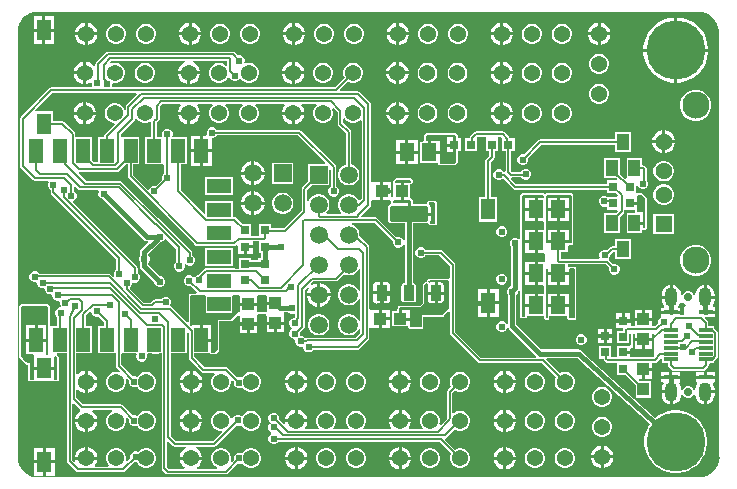
<source format=gtl>
G04*
G04 #@! TF.GenerationSoftware,Altium Limited,Altium Designer,22.5.1 (42)*
G04*
G04 Layer_Physical_Order=1*
G04 Layer_Color=255*
%FSLAX25Y25*%
%MOIN*%
G70*
G04*
G04 #@! TF.SameCoordinates,6DAD0714-FCB9-4B36-A7BF-7B223F3C5BEE*
G04*
G04*
G04 #@! TF.FilePolarity,Positive*
G04*
G01*
G75*
%ADD10C,0.01000*%
%ADD12C,0.00600*%
%ADD13C,0.00500*%
%ADD15R,0.04528X0.01181*%
%ADD16R,0.03937X0.04331*%
%ADD17R,0.03000X0.03000*%
%ADD18R,0.04724X0.07087*%
%ADD19R,0.04724X0.07874*%
%ADD20R,0.07874X0.04724*%
%ADD21R,0.03937X0.05512*%
%ADD22R,0.03000X0.03000*%
%ADD23R,0.05118X0.05906*%
%ADD24R,0.04331X0.03937*%
G04:AMPARAMS|DCode=25|XSize=51.58mil|YSize=36.61mil|CornerRadius=2.75mil|HoleSize=0mil|Usage=FLASHONLY|Rotation=90.000|XOffset=0mil|YOffset=0mil|HoleType=Round|Shape=RoundedRectangle|*
%AMROUNDEDRECTD25*
21,1,0.05158,0.03112,0,0,90.0*
21,1,0.04608,0.03661,0,0,90.0*
1,1,0.00549,0.01556,0.02304*
1,1,0.00549,0.01556,-0.02304*
1,1,0.00549,-0.01556,-0.02304*
1,1,0.00549,-0.01556,0.02304*
%
%ADD25ROUNDEDRECTD25*%
G04:AMPARAMS|DCode=26|XSize=51.58mil|YSize=127.56mil|CornerRadius=3.87mil|HoleSize=0mil|Usage=FLASHONLY|Rotation=90.000|XOffset=0mil|YOffset=0mil|HoleType=Round|Shape=RoundedRectangle|*
%AMROUNDEDRECTD26*
21,1,0.05158,0.11982,0,0,90.0*
21,1,0.04384,0.12756,0,0,90.0*
1,1,0.00774,0.05991,0.02192*
1,1,0.00774,0.05991,-0.02192*
1,1,0.00774,-0.05991,-0.02192*
1,1,0.00774,-0.05991,0.02192*
%
%ADD26ROUNDEDRECTD26*%
%ADD49C,0.01500*%
%ADD50C,0.05906*%
%ADD51R,0.05906X0.05906*%
%ADD52R,0.05906X0.05906*%
%ADD53C,0.02795*%
%ADD54O,0.04331X0.06299*%
%ADD55C,0.19685*%
%ADD56C,0.05394*%
%ADD57R,0.05622X0.05622*%
%ADD58C,0.05622*%
%ADD59C,0.09055*%
%ADD60C,0.02400*%
G36*
X7874Y156378D02*
X228027D01*
X228126Y156359D01*
Y156359D01*
X228130Y156362D01*
X229444Y156233D01*
X230712Y155849D01*
X231880Y155224D01*
X232904Y154384D01*
X233744Y153360D01*
X234368Y152192D01*
X234753Y150924D01*
X234835Y150088D01*
X234878Y149606D01*
X234964Y149177D01*
X234982Y149149D01*
X235099Y148975D01*
Y7874D01*
X235102Y7860D01*
X234973Y6556D01*
X234589Y5288D01*
X233964Y4120D01*
X233124Y3096D01*
X232100Y2256D01*
X230932Y1632D01*
X229665Y1247D01*
X228360Y1119D01*
X228346Y1122D01*
X7874D01*
X7860Y1119D01*
X7183Y1185D01*
X6779Y1225D01*
X6803Y1716D01*
X7112Y1723D01*
X7212Y1725D01*
X7213Y1725D01*
X9579D01*
Y5769D01*
X6716D01*
Y2189D01*
X6716Y2185D01*
X6716Y2185D01*
X6716Y1734D01*
X6716Y1714D01*
X6201Y1355D01*
X5288Y1632D01*
X4120Y2256D01*
X3096Y3096D01*
X2256Y4120D01*
X1632Y5288D01*
X1247Y6556D01*
X1119Y7860D01*
X1122Y7874D01*
Y149133D01*
X1122Y149618D01*
X1122Y149626D01*
X1165Y150108D01*
X1247Y150944D01*
X1632Y152212D01*
X2256Y153380D01*
X3096Y154404D01*
X4120Y155244D01*
X5288Y155868D01*
X6556Y156253D01*
X7860Y156381D01*
X7874Y156378D01*
D02*
G37*
%LPC*%
G36*
X13283Y154775D02*
X10421D01*
Y150731D01*
X13283D01*
Y154775D01*
D02*
G37*
G36*
X9421D02*
X6559D01*
Y150731D01*
X9421D01*
Y154775D01*
D02*
G37*
G36*
X163000Y152693D02*
Y149500D01*
X166193D01*
X165945Y150427D01*
X165458Y151270D01*
X164770Y151958D01*
X163927Y152445D01*
X163000Y152693D01*
D02*
G37*
G36*
X128375D02*
Y149500D01*
X131568D01*
X131320Y150427D01*
X130833Y151270D01*
X130145Y151958D01*
X129302Y152445D01*
X128375Y152693D01*
D02*
G37*
G36*
X93750D02*
Y149500D01*
X96943D01*
X96695Y150427D01*
X96208Y151270D01*
X95520Y151958D01*
X94677Y152445D01*
X93750Y152693D01*
D02*
G37*
G36*
X59125D02*
Y149500D01*
X62318D01*
X62070Y150427D01*
X61583Y151270D01*
X60895Y151958D01*
X60052Y152445D01*
X59125Y152693D01*
D02*
G37*
G36*
X24500D02*
Y149500D01*
X27693D01*
X27445Y150427D01*
X26958Y151270D01*
X26270Y151958D01*
X25427Y152445D01*
X24500Y152693D01*
D02*
G37*
G36*
X195500D02*
Y149500D01*
X198693D01*
X198445Y150427D01*
X197958Y151270D01*
X197270Y151958D01*
X196427Y152445D01*
X195500Y152693D01*
D02*
G37*
G36*
X194500D02*
X193573Y152445D01*
X192730Y151958D01*
X192042Y151270D01*
X191555Y150427D01*
X191307Y149500D01*
X194500D01*
Y152693D01*
D02*
G37*
G36*
X162000D02*
X161073Y152445D01*
X160230Y151958D01*
X159542Y151270D01*
X159055Y150427D01*
X158807Y149500D01*
X162000D01*
Y152693D01*
D02*
G37*
G36*
X127375D02*
X126448Y152445D01*
X125605Y151958D01*
X124917Y151270D01*
X124430Y150427D01*
X124182Y149500D01*
X127375D01*
Y152693D01*
D02*
G37*
G36*
X92750D02*
X91823Y152445D01*
X90980Y151958D01*
X90292Y151270D01*
X89805Y150427D01*
X89557Y149500D01*
X92750D01*
Y152693D01*
D02*
G37*
G36*
X58125D02*
X57198Y152445D01*
X56355Y151958D01*
X55667Y151270D01*
X55180Y150427D01*
X54932Y149500D01*
X58125D01*
Y152693D01*
D02*
G37*
G36*
X23500D02*
X22573Y152445D01*
X21730Y151958D01*
X21042Y151270D01*
X20555Y150427D01*
X20307Y149500D01*
X23500D01*
Y152693D01*
D02*
G37*
G36*
X182934Y152297D02*
X182066D01*
X181228Y152072D01*
X180476Y151638D01*
X179862Y151024D01*
X179428Y150273D01*
X179203Y149434D01*
Y148566D01*
X179428Y147728D01*
X179862Y146976D01*
X180476Y146362D01*
X181228Y145928D01*
X182066Y145703D01*
X182934D01*
X183773Y145928D01*
X184524Y146362D01*
X185138Y146976D01*
X185572Y147728D01*
X185797Y148566D01*
Y149434D01*
X185572Y150273D01*
X185138Y151024D01*
X184524Y151638D01*
X183773Y152072D01*
X182934Y152297D01*
D02*
G37*
G36*
X172934D02*
X172066D01*
X171228Y152072D01*
X170476Y151638D01*
X169862Y151024D01*
X169428Y150273D01*
X169203Y149434D01*
Y148566D01*
X169428Y147728D01*
X169862Y146976D01*
X170476Y146362D01*
X171228Y145928D01*
X172066Y145703D01*
X172934D01*
X173773Y145928D01*
X174524Y146362D01*
X175138Y146976D01*
X175572Y147728D01*
X175797Y148566D01*
Y149434D01*
X175572Y150273D01*
X175138Y151024D01*
X174524Y151638D01*
X173773Y152072D01*
X172934Y152297D01*
D02*
G37*
G36*
X148309D02*
X147441D01*
X146602Y152072D01*
X145851Y151638D01*
X145237Y151024D01*
X144803Y150273D01*
X144578Y149434D01*
Y148566D01*
X144803Y147728D01*
X145237Y146976D01*
X145851Y146362D01*
X146602Y145928D01*
X147441Y145703D01*
X148309D01*
X149147Y145928D01*
X149899Y146362D01*
X150513Y146976D01*
X150947Y147728D01*
X151172Y148566D01*
Y149434D01*
X150947Y150273D01*
X150513Y151024D01*
X149899Y151638D01*
X149147Y152072D01*
X148309Y152297D01*
D02*
G37*
G36*
X138309D02*
X137441D01*
X136602Y152072D01*
X135851Y151638D01*
X135237Y151024D01*
X134803Y150273D01*
X134578Y149434D01*
Y148566D01*
X134803Y147728D01*
X135237Y146976D01*
X135851Y146362D01*
X136602Y145928D01*
X137441Y145703D01*
X138309D01*
X139147Y145928D01*
X139899Y146362D01*
X140513Y146976D01*
X140947Y147728D01*
X141172Y148566D01*
Y149434D01*
X140947Y150273D01*
X140513Y151024D01*
X139899Y151638D01*
X139147Y152072D01*
X138309Y152297D01*
D02*
G37*
G36*
X113684D02*
X112816D01*
X111978Y152072D01*
X111226Y151638D01*
X110612Y151024D01*
X110178Y150273D01*
X109953Y149434D01*
Y148566D01*
X110178Y147728D01*
X110612Y146976D01*
X111226Y146362D01*
X111978Y145928D01*
X112816Y145703D01*
X113684D01*
X114523Y145928D01*
X115274Y146362D01*
X115888Y146976D01*
X116322Y147728D01*
X116547Y148566D01*
Y149434D01*
X116322Y150273D01*
X115888Y151024D01*
X115274Y151638D01*
X114523Y152072D01*
X113684Y152297D01*
D02*
G37*
G36*
X103684D02*
X102816D01*
X101978Y152072D01*
X101226Y151638D01*
X100612Y151024D01*
X100178Y150273D01*
X99953Y149434D01*
Y148566D01*
X100178Y147728D01*
X100612Y146976D01*
X101226Y146362D01*
X101978Y145928D01*
X102816Y145703D01*
X103684D01*
X104523Y145928D01*
X105274Y146362D01*
X105888Y146976D01*
X106322Y147728D01*
X106547Y148566D01*
Y149434D01*
X106322Y150273D01*
X105888Y151024D01*
X105274Y151638D01*
X104523Y152072D01*
X103684Y152297D01*
D02*
G37*
G36*
X79059D02*
X78191D01*
X77352Y152072D01*
X76601Y151638D01*
X75987Y151024D01*
X75553Y150273D01*
X75328Y149434D01*
Y148566D01*
X75553Y147728D01*
X75987Y146976D01*
X76601Y146362D01*
X77352Y145928D01*
X78191Y145703D01*
X79059D01*
X79897Y145928D01*
X80649Y146362D01*
X81263Y146976D01*
X81697Y147728D01*
X81922Y148566D01*
Y149434D01*
X81697Y150273D01*
X81263Y151024D01*
X80649Y151638D01*
X79897Y152072D01*
X79059Y152297D01*
D02*
G37*
G36*
X69059D02*
X68191D01*
X67352Y152072D01*
X66601Y151638D01*
X65987Y151024D01*
X65553Y150273D01*
X65328Y149434D01*
Y148566D01*
X65553Y147728D01*
X65987Y146976D01*
X66601Y146362D01*
X67352Y145928D01*
X68191Y145703D01*
X69059D01*
X69898Y145928D01*
X70649Y146362D01*
X71263Y146976D01*
X71697Y147728D01*
X71922Y148566D01*
Y149434D01*
X71697Y150273D01*
X71263Y151024D01*
X70649Y151638D01*
X69898Y152072D01*
X69059Y152297D01*
D02*
G37*
G36*
X44434D02*
X43566D01*
X42728Y152072D01*
X41976Y151638D01*
X41362Y151024D01*
X40928Y150273D01*
X40703Y149434D01*
Y148566D01*
X40928Y147728D01*
X41362Y146976D01*
X41976Y146362D01*
X42728Y145928D01*
X43566Y145703D01*
X44434D01*
X45272Y145928D01*
X46024Y146362D01*
X46638Y146976D01*
X47072Y147728D01*
X47297Y148566D01*
Y149434D01*
X47072Y150273D01*
X46638Y151024D01*
X46024Y151638D01*
X45272Y152072D01*
X44434Y152297D01*
D02*
G37*
G36*
X34434D02*
X33566D01*
X32728Y152072D01*
X31976Y151638D01*
X31362Y151024D01*
X30928Y150273D01*
X30703Y149434D01*
Y148566D01*
X30928Y147728D01*
X31362Y146976D01*
X31976Y146362D01*
X32728Y145928D01*
X33566Y145703D01*
X34434D01*
X35272Y145928D01*
X36024Y146362D01*
X36638Y146976D01*
X37072Y147728D01*
X37297Y148566D01*
Y149434D01*
X37072Y150273D01*
X36638Y151024D01*
X36024Y151638D01*
X35272Y152072D01*
X34434Y152297D01*
D02*
G37*
G36*
X13283Y149731D02*
X10421D01*
Y145688D01*
X13283D01*
Y149731D01*
D02*
G37*
G36*
X9421D02*
X6559D01*
Y145688D01*
X9421D01*
Y149731D01*
D02*
G37*
G36*
X96943Y148500D02*
X93750D01*
Y145307D01*
X94677Y145555D01*
X95520Y146042D01*
X96208Y146730D01*
X96695Y147573D01*
X96943Y148500D01*
D02*
G37*
G36*
X62318D02*
X59125D01*
Y145307D01*
X60052Y145555D01*
X60895Y146042D01*
X61583Y146730D01*
X62070Y147573D01*
X62318Y148500D01*
D02*
G37*
G36*
X166193D02*
X163000D01*
Y145307D01*
X163927Y145555D01*
X164770Y146042D01*
X165458Y146730D01*
X165945Y147573D01*
X166193Y148500D01*
D02*
G37*
G36*
X131568D02*
X128375D01*
Y145307D01*
X129302Y145555D01*
X130145Y146042D01*
X130833Y146730D01*
X131320Y147573D01*
X131568Y148500D01*
D02*
G37*
G36*
X27693D02*
X24500D01*
Y145307D01*
X25427Y145555D01*
X26270Y146042D01*
X26958Y146730D01*
X27445Y147573D01*
X27693Y148500D01*
D02*
G37*
G36*
X198693D02*
X195500D01*
Y145307D01*
X196427Y145555D01*
X197270Y146042D01*
X197958Y146730D01*
X198445Y147573D01*
X198693Y148500D01*
D02*
G37*
G36*
X194500D02*
X191307D01*
X191555Y147573D01*
X192042Y146730D01*
X192730Y146042D01*
X193573Y145555D01*
X194500Y145307D01*
Y148500D01*
D02*
G37*
G36*
X162000D02*
X158807D01*
X159055Y147573D01*
X159542Y146730D01*
X160230Y146042D01*
X161073Y145555D01*
X162000Y145307D01*
Y148500D01*
D02*
G37*
G36*
X127375D02*
X124182D01*
X124430Y147573D01*
X124917Y146730D01*
X125605Y146042D01*
X126448Y145555D01*
X127375Y145307D01*
Y148500D01*
D02*
G37*
G36*
X92750D02*
X89557D01*
X89805Y147573D01*
X90292Y146730D01*
X90980Y146042D01*
X91823Y145555D01*
X92750Y145307D01*
Y148500D01*
D02*
G37*
G36*
X58125D02*
X54932D01*
X55180Y147573D01*
X55667Y146730D01*
X56355Y146042D01*
X57198Y145555D01*
X58125Y145307D01*
Y148500D01*
D02*
G37*
G36*
X23500D02*
X20307D01*
X20555Y147573D01*
X21042Y146730D01*
X21730Y146042D01*
X22573Y145555D01*
X23500Y145307D01*
Y148500D01*
D02*
G37*
G36*
X221353Y154342D02*
X221000D01*
Y144000D01*
X231343D01*
Y144353D01*
X231076Y146039D01*
X230548Y147662D01*
X229773Y149183D01*
X228770Y150563D01*
X227563Y151770D01*
X226183Y152773D01*
X224662Y153548D01*
X223039Y154076D01*
X221353Y154342D01*
D02*
G37*
G36*
X220000D02*
X219647D01*
X217961Y154076D01*
X216338Y153548D01*
X214817Y152773D01*
X213437Y151770D01*
X212230Y150563D01*
X211227Y149183D01*
X210452Y147662D01*
X209925Y146039D01*
X209658Y144353D01*
Y144000D01*
X220000D01*
Y154342D01*
D02*
G37*
G36*
X72885Y143032D02*
X31115D01*
X30764Y142963D01*
X30466Y142764D01*
X27351Y139649D01*
X27152Y139351D01*
X27082Y139000D01*
Y138189D01*
X26582Y138055D01*
X26458Y138270D01*
X25770Y138958D01*
X24927Y139445D01*
X24000Y139693D01*
Y136000D01*
Y132307D01*
X24927Y132555D01*
X25383Y132818D01*
X25883Y132529D01*
Y132142D01*
X26092Y131636D01*
X25848Y131136D01*
X12368D01*
X12017Y131066D01*
X11719Y130867D01*
X2188Y121336D01*
X1989Y121038D01*
X1919Y120687D01*
Y105000D01*
X1989Y104649D01*
X2188Y104351D01*
X6227Y100312D01*
X6524Y100113D01*
X6876Y100044D01*
X11291D01*
X11498Y99544D01*
X11474Y99520D01*
X11200Y98858D01*
Y98142D01*
X11474Y97480D01*
X11980Y96974D01*
X12106Y96922D01*
Y96283D01*
X12176Y95932D01*
X12375Y95634D01*
X34011Y73998D01*
Y70504D01*
X33996Y70497D01*
X33490Y69991D01*
X33216Y69329D01*
Y68613D01*
X33399Y68170D01*
X32976Y67887D01*
X32129Y68733D01*
X31832Y68932D01*
X31481Y69002D01*
X8407D01*
X8392Y69039D01*
X7886Y69545D01*
X7224Y69819D01*
X6508D01*
X5847Y69545D01*
X5340Y69039D01*
X5066Y68377D01*
Y67661D01*
X5340Y66999D01*
X5847Y66493D01*
X6508Y66219D01*
X7224D01*
X7645Y65852D01*
Y65626D01*
X7919Y64964D01*
X8425Y64458D01*
X9087Y64184D01*
X9803D01*
X10184Y63801D01*
Y63553D01*
X10458Y62891D01*
X10965Y62385D01*
X11626Y62111D01*
X12342D01*
X12743Y61736D01*
Y61466D01*
X13017Y60804D01*
X13524Y60298D01*
X14185Y60024D01*
X14901D01*
X15282Y59640D01*
X15273Y59619D01*
Y58903D01*
X15523Y58300D01*
X15425Y58039D01*
X15282Y57800D01*
X15142D01*
X14480Y57526D01*
X13974Y57020D01*
X13700Y56358D01*
Y55642D01*
X13974Y54980D01*
X14256Y54699D01*
Y51541D01*
X12367D01*
X12211Y51541D01*
X11867Y51898D01*
Y58000D01*
X11801Y58332D01*
X11613Y58613D01*
X11332Y58801D01*
X11000Y58867D01*
X2500Y58867D01*
X2168Y58801D01*
X1887Y58613D01*
X1699Y58332D01*
X1633Y58000D01*
Y53900D01*
X1633Y49500D01*
Y45900D01*
X1633Y41500D01*
X1699Y41168D01*
X1887Y40887D01*
X3887Y38887D01*
X4168Y38699D01*
X4500Y38633D01*
X4633D01*
Y34000D01*
X4699Y33668D01*
X4887Y33387D01*
X5168Y33199D01*
X5500Y33133D01*
X6388D01*
X6719Y33199D01*
X7038Y33357D01*
X12962D01*
X13281Y33199D01*
X13612Y33133D01*
X14000D01*
X14332Y33199D01*
X14613Y33387D01*
X14801Y33668D01*
X14867Y34000D01*
Y41000D01*
X14801Y41332D01*
X14613Y41613D01*
X14259Y41967D01*
X14272Y42110D01*
X14427Y42467D01*
X17571D01*
Y6512D01*
X17640Y6161D01*
X17839Y5863D01*
X20561Y3142D01*
X20858Y2943D01*
X21209Y2873D01*
X36291D01*
X36642Y2943D01*
X36939Y3142D01*
X40025Y6227D01*
X40127Y6185D01*
X40843D01*
X40931Y6222D01*
X41362Y5476D01*
X41976Y4862D01*
X42728Y4428D01*
X43566Y4203D01*
X44434D01*
X45272Y4428D01*
X46024Y4862D01*
X46638Y5476D01*
X47072Y6227D01*
X47297Y7066D01*
Y7934D01*
X47072Y8772D01*
X46638Y9524D01*
X46024Y10138D01*
X45272Y10572D01*
X44434Y10797D01*
X43566D01*
X42728Y10572D01*
X41976Y10138D01*
X41394Y9557D01*
X40843Y9785D01*
X40127D01*
X39465Y9511D01*
X38959Y9004D01*
X38685Y8343D01*
Y7627D01*
X38727Y7525D01*
X37648Y6446D01*
X37200Y6705D01*
X37297Y7066D01*
Y7934D01*
X37072Y8772D01*
X36638Y9524D01*
X36024Y10138D01*
X35272Y10572D01*
X34434Y10797D01*
X33566D01*
X32728Y10572D01*
X31976Y10138D01*
X31362Y9524D01*
X30928Y8772D01*
X30703Y7934D01*
Y7066D01*
X30928Y6227D01*
X31362Y5476D01*
X31629Y5208D01*
X31422Y4708D01*
X27090D01*
X26898Y5170D01*
X26958Y5230D01*
X27445Y6073D01*
X27693Y7000D01*
X24000D01*
X20307D01*
X20417Y6588D01*
X19969Y6329D01*
X19406Y6892D01*
Y25643D01*
X19868Y25835D01*
X21851Y23851D01*
X22048Y23719D01*
X22102Y23342D01*
X22075Y23157D01*
X21730Y22958D01*
X21042Y22270D01*
X20555Y21427D01*
X20307Y20500D01*
X24000D01*
X27693D01*
X27445Y21427D01*
X26958Y22270D01*
X26270Y22958D01*
X26055Y23082D01*
X26189Y23582D01*
X32700D01*
X32765Y23082D01*
X32728Y23072D01*
X31976Y22638D01*
X31362Y22024D01*
X30928Y21272D01*
X30703Y20434D01*
Y19566D01*
X30928Y18728D01*
X31362Y17976D01*
X31976Y17362D01*
X32728Y16928D01*
X33566Y16703D01*
X34434D01*
X35272Y16928D01*
X36024Y17362D01*
X36638Y17976D01*
X37072Y18728D01*
X37297Y19566D01*
Y20434D01*
X37200Y20795D01*
X37648Y21054D01*
X38242Y20460D01*
X38200Y20358D01*
Y19642D01*
X38474Y18980D01*
X38980Y18474D01*
X39642Y18200D01*
X40358D01*
X41020Y18474D01*
X41079Y18466D01*
X41362Y17976D01*
X41976Y17362D01*
X42728Y16928D01*
X43566Y16703D01*
X44434D01*
X45272Y16928D01*
X46024Y17362D01*
X46638Y17976D01*
X47072Y18728D01*
X47297Y19566D01*
Y20434D01*
X47072Y21272D01*
X46638Y22024D01*
X46024Y22638D01*
X45272Y23072D01*
X44434Y23297D01*
X43566D01*
X42728Y23072D01*
X41976Y22638D01*
X41362Y22024D01*
X41079Y21534D01*
X41020Y21526D01*
X40358Y21800D01*
X39642D01*
X39540Y21758D01*
X36149Y25149D01*
X35851Y25348D01*
X35500Y25418D01*
X22880D01*
X20703Y27595D01*
Y30362D01*
X21203Y30569D01*
X21730Y30042D01*
X22573Y29555D01*
X23500Y29307D01*
Y33000D01*
Y36693D01*
X22573Y36445D01*
X21730Y35958D01*
X21203Y35431D01*
X20703Y35638D01*
Y42467D01*
X26009D01*
Y51541D01*
X23918D01*
Y55088D01*
X25200Y56370D01*
X25700Y56163D01*
Y56142D01*
X25974Y55480D01*
X26480Y54974D01*
X27142Y54700D01*
X27858D01*
X27960Y54742D01*
X30004Y52699D01*
Y51541D01*
X27959D01*
Y42467D01*
X33883D01*
X33893Y41971D01*
Y38226D01*
X33963Y37875D01*
X34162Y37577D01*
X35105Y36635D01*
X34846Y36187D01*
X34434Y36297D01*
X33566D01*
X32728Y36072D01*
X31976Y35638D01*
X31362Y35024D01*
X30928Y34273D01*
X30703Y33434D01*
Y32566D01*
X30928Y31727D01*
X31362Y30976D01*
X31976Y30362D01*
X32728Y29928D01*
X33566Y29703D01*
X34434D01*
X35272Y29928D01*
X36024Y30362D01*
X36638Y30976D01*
X37072Y31727D01*
X37297Y32566D01*
Y33434D01*
X37187Y33846D01*
X37635Y34104D01*
X38253Y33486D01*
X38200Y33358D01*
Y32642D01*
X38474Y31980D01*
X38980Y31474D01*
X39642Y31200D01*
X40358D01*
X41020Y31474D01*
X41079Y31466D01*
X41362Y30976D01*
X41976Y30362D01*
X42728Y29928D01*
X43566Y29703D01*
X44434D01*
X45272Y29928D01*
X46024Y30362D01*
X46638Y30976D01*
X47072Y31727D01*
X47297Y32566D01*
Y33434D01*
X47072Y34273D01*
X46638Y35024D01*
X46024Y35638D01*
X45272Y36072D01*
X44434Y36297D01*
X43566D01*
X42728Y36072D01*
X41976Y35638D01*
X41362Y35024D01*
X41079Y34534D01*
X41020Y34526D01*
X40358Y34800D01*
X39642D01*
X39566Y34769D01*
X35729Y38606D01*
Y42010D01*
X35833Y42467D01*
X40502D01*
X40780Y42051D01*
X40700Y41858D01*
Y41142D01*
X40974Y40480D01*
X41480Y39974D01*
X42142Y39700D01*
X42858D01*
X43520Y39974D01*
X44026Y40480D01*
X44300Y41142D01*
Y41858D01*
X44220Y42051D01*
X44498Y42467D01*
X45974D01*
X46092Y42348D01*
X46754Y42074D01*
X47470D01*
X48132Y42348D01*
X48250Y42467D01*
X49163D01*
Y4284D01*
X49233Y3933D01*
X49432Y3636D01*
X50717Y2351D01*
X51014Y2152D01*
X51366Y2082D01*
X70499D01*
X70850Y2152D01*
X71148Y2351D01*
X74540Y5743D01*
X74642Y5701D01*
X75358D01*
X75962Y5951D01*
X76237Y5476D01*
X76851Y4862D01*
X77602Y4428D01*
X78441Y4203D01*
X79309D01*
X80147Y4428D01*
X80899Y4862D01*
X81513Y5476D01*
X81947Y6227D01*
X82172Y7066D01*
Y7934D01*
X81947Y8772D01*
X81513Y9524D01*
X80899Y10138D01*
X80147Y10572D01*
X79309Y10797D01*
X78441D01*
X77602Y10572D01*
X76851Y10138D01*
X76237Y9524D01*
X75963Y9051D01*
X75358Y9301D01*
X74642D01*
X73981Y9027D01*
X73475Y8521D01*
X73200Y7859D01*
Y7143D01*
X73243Y7041D01*
X72478Y6276D01*
X72030Y6535D01*
X72172Y7066D01*
Y7934D01*
X71947Y8772D01*
X71513Y9524D01*
X70899Y10138D01*
X70148Y10572D01*
X69309Y10797D01*
X68441D01*
X67602Y10572D01*
X66851Y10138D01*
X66237Y9524D01*
X65803Y8772D01*
X65578Y7934D01*
Y7066D01*
X65803Y6227D01*
X66237Y5476D01*
X66851Y4862D01*
X67602Y4428D01*
X67641Y4418D01*
X67575Y3918D01*
X61064D01*
X60930Y4418D01*
X61145Y4542D01*
X61833Y5230D01*
X62320Y6073D01*
X62568Y7000D01*
X58875D01*
X55182D01*
X55430Y6073D01*
X55917Y5230D01*
X56605Y4542D01*
X56820Y4418D01*
X56686Y3918D01*
X51746D01*
X50999Y4665D01*
Y12795D01*
X51461Y12986D01*
X52840Y11607D01*
X53137Y11408D01*
X53488Y11338D01*
X57130D01*
X57263Y10838D01*
X56605Y10458D01*
X55917Y9770D01*
X55430Y8927D01*
X55182Y8000D01*
X58875D01*
X62568D01*
X62320Y8927D01*
X61833Y9770D01*
X61145Y10458D01*
X60487Y10838D01*
X60620Y11338D01*
X66694D01*
X67045Y11408D01*
X67343Y11607D01*
X74062Y18326D01*
X74164Y18284D01*
X74880D01*
X75542Y18558D01*
X76028Y18337D01*
X76237Y17976D01*
X76851Y17362D01*
X77602Y16928D01*
X78441Y16703D01*
X79309D01*
X80147Y16928D01*
X80899Y17362D01*
X81513Y17976D01*
X81947Y18728D01*
X82172Y19566D01*
Y20434D01*
X81947Y21272D01*
X81513Y22024D01*
X80899Y22638D01*
X80147Y23072D01*
X79309Y23297D01*
X78441D01*
X77602Y23072D01*
X76851Y22638D01*
X76237Y22024D01*
X76035Y21675D01*
X75542Y21610D01*
X74880Y21884D01*
X74164D01*
X73503Y21610D01*
X72996Y21103D01*
X72722Y20442D01*
Y20026D01*
X72672Y19994D01*
X72172Y20268D01*
Y20434D01*
X71947Y21272D01*
X71513Y22024D01*
X70899Y22638D01*
X70148Y23072D01*
X69309Y23297D01*
X68441D01*
X67602Y23072D01*
X66851Y22638D01*
X66237Y22024D01*
X65803Y21272D01*
X65578Y20434D01*
Y19566D01*
X65803Y18728D01*
X66237Y17976D01*
X66851Y17362D01*
X67602Y16928D01*
X68441Y16703D01*
X69137D01*
X69368Y16228D01*
X66314Y13174D01*
X53869D01*
X52199Y14843D01*
Y42467D01*
X57506D01*
Y49205D01*
X58005Y49452D01*
X58237Y49275D01*
Y40845D01*
X58307Y40494D01*
X58506Y40196D01*
X62424Y36278D01*
X62722Y36079D01*
X63073Y36009D01*
X66664D01*
X66847Y35509D01*
X66362Y35024D01*
X65928Y34273D01*
X65703Y33434D01*
Y32566D01*
X65928Y31727D01*
X66362Y30976D01*
X66976Y30362D01*
X67728Y29928D01*
X68566Y29703D01*
X69434D01*
X70272Y29928D01*
X71024Y30362D01*
X71638Y30976D01*
X72072Y31727D01*
X72297Y32566D01*
Y33237D01*
X72790Y33450D01*
X73160Y33080D01*
X73118Y32978D01*
Y32262D01*
X73392Y31600D01*
X73898Y31094D01*
X74560Y30820D01*
X75276D01*
X75938Y31094D01*
X76323Y31043D01*
X76362Y30976D01*
X76976Y30362D01*
X77728Y29928D01*
X78566Y29703D01*
X79434D01*
X80273Y29928D01*
X81024Y30362D01*
X81638Y30976D01*
X82072Y31727D01*
X82297Y32566D01*
Y33434D01*
X82072Y34273D01*
X81638Y35024D01*
X81024Y35638D01*
X80273Y36072D01*
X79434Y36297D01*
X78566D01*
X77728Y36072D01*
X76976Y35638D01*
X76362Y35024D01*
X75928Y34273D01*
X75793Y34206D01*
X75276Y34420D01*
X74560D01*
X74458Y34378D01*
X71260Y37576D01*
X70963Y37775D01*
X70612Y37844D01*
X63453D01*
X60073Y41225D01*
Y42467D01*
X65363D01*
X65417Y42387D01*
X65698Y42199D01*
X66030Y42133D01*
X66500D01*
X66832Y42199D01*
X67113Y42387D01*
X68113Y43387D01*
X68301Y43668D01*
X68367Y44000D01*
Y53133D01*
X72000D01*
X72332Y53199D01*
X72613Y53387D01*
X74532Y55306D01*
X75032Y55099D01*
Y52807D01*
X78000D01*
X80968D01*
Y55173D01*
X81172Y55548D01*
X81402Y55633D01*
X83531D01*
X83781Y55633D01*
X84031Y55173D01*
Y53000D01*
X87000D01*
X89969D01*
Y55624D01*
X89969Y55665D01*
X90069Y56124D01*
X91331D01*
X91480Y55974D01*
X92142Y55700D01*
X92858D01*
X93233Y55855D01*
X93733Y55534D01*
Y54518D01*
X93515Y54300D01*
X93142D01*
X92480Y54026D01*
X91974Y53520D01*
X91700Y52858D01*
Y52142D01*
X91974Y51480D01*
X92414Y51040D01*
X92452Y50750D01*
X92414Y50460D01*
X91974Y50020D01*
X91700Y49358D01*
Y48642D01*
X91974Y47980D01*
X92480Y47474D01*
X93142Y47200D01*
X93344D01*
X93729Y46823D01*
X93729Y46738D01*
Y46107D01*
X94003Y45445D01*
X94509Y44939D01*
X95171Y44665D01*
X95887D01*
X95990Y44708D01*
X96406Y44430D01*
Y44185D01*
X96680Y43523D01*
X97186Y43017D01*
X97848Y42743D01*
X98564D01*
X99226Y43017D01*
X99732Y43523D01*
X99806Y43703D01*
X114451D01*
X114802Y43773D01*
X115100Y43971D01*
X118120Y46991D01*
X118318Y47289D01*
X118388Y47640D01*
Y50902D01*
X118835Y51032D01*
X118888Y51032D01*
X121500D01*
Y54000D01*
Y56968D01*
X118888D01*
X118835Y56968D01*
X118388Y57098D01*
Y77833D01*
X118318Y78184D01*
X118120Y78481D01*
X115053Y81548D01*
Y82468D01*
X114811Y83371D01*
X114343Y84181D01*
X113681Y84843D01*
X112871Y85311D01*
X112525Y85403D01*
X112591Y85903D01*
X120058D01*
X126200Y79762D01*
Y79142D01*
X126474Y78480D01*
X126980Y77974D01*
X127642Y77700D01*
X128358D01*
X129020Y77974D01*
X129526Y78480D01*
X129625Y78720D01*
X130125Y78621D01*
Y76173D01*
X130124Y76164D01*
Y65857D01*
X129944D01*
X129603Y65789D01*
X129313Y65596D01*
X129120Y65307D01*
X129052Y64965D01*
Y60357D01*
X129120Y60016D01*
X129313Y59727D01*
X129603Y59533D01*
X129944Y59465D01*
X133056D01*
X133397Y59533D01*
X133687Y59727D01*
X133880Y60016D01*
X133948Y60357D01*
Y64965D01*
X133880Y65307D01*
X133687Y65596D01*
X133397Y65789D01*
X133056Y65857D01*
X132876D01*
Y76157D01*
X132878Y76166D01*
Y85802D01*
X137491D01*
X137574Y85818D01*
X138114Y85668D01*
X138302Y85387D01*
X138583Y85199D01*
X138915Y85133D01*
X140000D01*
X140332Y85199D01*
X140613Y85387D01*
X140801Y85668D01*
X140867Y86000D01*
Y92500D01*
X140801Y92832D01*
X140613Y93113D01*
X140332Y93301D01*
X140000Y93367D01*
X138475D01*
X138143Y93301D01*
X137862Y93113D01*
X137674Y92832D01*
X137644Y92677D01*
X137582Y92482D01*
X137159Y92198D01*
X133202D01*
X133116Y92262D01*
X132841Y92698D01*
X132867Y92829D01*
Y93282D01*
X132801Y93613D01*
X132613Y93894D01*
X132332Y94082D01*
X132000Y94148D01*
X131958D01*
Y98852D01*
X132000D01*
X132332Y98918D01*
X132613Y99106D01*
X132801Y99387D01*
X132867Y99718D01*
X132849Y99809D01*
X132867Y99900D01*
X132857Y99950D01*
X132867Y100000D01*
X132801Y100332D01*
X132613Y100613D01*
X132332Y100801D01*
X132000Y100867D01*
X127500D01*
X127168Y100801D01*
X126887Y100613D01*
X126606Y100331D01*
X126418Y100050D01*
X126352Y99718D01*
X126385Y99551D01*
X126427Y99068D01*
X126427Y99068D01*
X126428Y99068D01*
Y94489D01*
X126162Y94339D01*
X125665Y94621D01*
Y96000D01*
X123000D01*
Y93532D01*
X125173D01*
X125633Y93282D01*
X125633Y92829D01*
X125659Y92698D01*
X125562Y92375D01*
X125322Y92161D01*
X125124Y92121D01*
X124797Y91903D01*
X124579Y91577D01*
X124503Y91192D01*
Y86808D01*
X124579Y86423D01*
X124797Y86097D01*
X125124Y85878D01*
X125509Y85802D01*
X130125D01*
Y80379D01*
X129625Y80280D01*
X129526Y80520D01*
X129020Y81026D01*
X128358Y81300D01*
X127642D01*
X127370Y81187D01*
X121087Y87470D01*
X120790Y87669D01*
X120438Y87739D01*
X115726D01*
X115519Y88239D01*
X118649Y91369D01*
X118848Y91666D01*
X118918Y92018D01*
Y93331D01*
X119335Y93532D01*
X119418Y93532D01*
X122000D01*
Y96500D01*
Y99468D01*
X119418D01*
X119335Y99468D01*
X118918Y99669D01*
Y125500D01*
X118848Y125851D01*
X118649Y126149D01*
X115302Y129495D01*
X115005Y129694D01*
X114654Y129764D01*
X108715D01*
X108524Y130226D01*
X111409Y133112D01*
X111727Y132928D01*
X112566Y132703D01*
X113434D01*
X114272Y132928D01*
X115024Y133362D01*
X115638Y133976D01*
X116072Y134728D01*
X116297Y135566D01*
Y136434D01*
X116072Y137273D01*
X115638Y138024D01*
X115024Y138638D01*
X114272Y139072D01*
X113434Y139297D01*
X112566D01*
X111727Y139072D01*
X110976Y138638D01*
X110362Y138024D01*
X109928Y137273D01*
X109703Y136434D01*
Y135566D01*
X109928Y134728D01*
X110111Y134409D01*
X106838Y131136D01*
X32918D01*
X32584Y131636D01*
X32718Y131960D01*
Y132279D01*
X33060Y132696D01*
X33180Y132703D01*
X33934D01*
X34773Y132928D01*
X35524Y133362D01*
X36138Y133976D01*
X36572Y134728D01*
X36797Y135566D01*
Y136434D01*
X36572Y137273D01*
X36138Y138024D01*
X35524Y138638D01*
X34773Y139072D01*
X33934Y139297D01*
X33066D01*
X32228Y139072D01*
X32153Y139029D01*
X31846Y139429D01*
X32414Y139997D01*
X56952D01*
X57018Y139497D01*
X56823Y139445D01*
X55980Y138958D01*
X55292Y138270D01*
X54805Y137427D01*
X54557Y136500D01*
X58250D01*
X61943D01*
X61695Y137427D01*
X61208Y138270D01*
X60520Y138958D01*
X59677Y139445D01*
X59482Y139497D01*
X59548Y139997D01*
X71082D01*
Y138537D01*
X70582Y138330D01*
X70274Y138638D01*
X69523Y139072D01*
X68684Y139297D01*
X67816D01*
X66978Y139072D01*
X66226Y138638D01*
X65612Y138024D01*
X65178Y137273D01*
X64953Y136434D01*
Y135566D01*
X65178Y134728D01*
X65612Y133976D01*
X66226Y133362D01*
X66978Y132928D01*
X67816Y132703D01*
X68684D01*
X69523Y132928D01*
X70274Y133362D01*
X70888Y133976D01*
X71230Y134569D01*
X71277Y134576D01*
X71758Y134501D01*
X71974Y133980D01*
X72480Y133474D01*
X73142Y133200D01*
X73858D01*
X74520Y133474D01*
X75026Y133980D01*
X75053Y134046D01*
X75552Y134079D01*
X75612Y133976D01*
X76226Y133362D01*
X76977Y132928D01*
X77816Y132703D01*
X78684D01*
X79523Y132928D01*
X80274Y133362D01*
X80888Y133976D01*
X81322Y134728D01*
X81547Y135566D01*
Y136434D01*
X81322Y137273D01*
X80888Y138024D01*
X80274Y138638D01*
X79523Y139072D01*
X78684Y139297D01*
X77816D01*
X77121Y139111D01*
X76809Y139386D01*
X76744Y139507D01*
X76800Y139642D01*
Y140358D01*
X76526Y141020D01*
X76020Y141526D01*
X75358Y141800D01*
X74642D01*
X74540Y141758D01*
X73534Y142764D01*
X73236Y142963D01*
X72885Y143032D01*
D02*
G37*
G36*
X163000Y139693D02*
Y136500D01*
X166193D01*
X165945Y137427D01*
X165458Y138270D01*
X164770Y138958D01*
X163927Y139445D01*
X163000Y139693D01*
D02*
G37*
G36*
X128250D02*
Y136500D01*
X131443D01*
X131195Y137427D01*
X130708Y138270D01*
X130020Y138958D01*
X129177Y139445D01*
X128250Y139693D01*
D02*
G37*
G36*
X93500D02*
Y136500D01*
X96693D01*
X96445Y137427D01*
X95958Y138270D01*
X95270Y138958D01*
X94427Y139445D01*
X93500Y139693D01*
D02*
G37*
G36*
X162000D02*
X161073Y139445D01*
X160230Y138958D01*
X159542Y138270D01*
X159055Y137427D01*
X158807Y136500D01*
X162000D01*
Y139693D01*
D02*
G37*
G36*
X127250D02*
X126323Y139445D01*
X125480Y138958D01*
X124792Y138270D01*
X124305Y137427D01*
X124057Y136500D01*
X127250D01*
Y139693D01*
D02*
G37*
G36*
X92500D02*
X91573Y139445D01*
X90730Y138958D01*
X90042Y138270D01*
X89555Y137427D01*
X89307Y136500D01*
X92500D01*
Y139693D01*
D02*
G37*
G36*
X23000D02*
X22073Y139445D01*
X21230Y138958D01*
X20542Y138270D01*
X20055Y137427D01*
X19807Y136500D01*
X23000D01*
Y139693D01*
D02*
G37*
G36*
X195434Y142297D02*
X194566D01*
X193728Y142072D01*
X192976Y141638D01*
X192362Y141024D01*
X191928Y140272D01*
X191703Y139434D01*
Y138566D01*
X191928Y137727D01*
X192362Y136976D01*
X192976Y136362D01*
X193728Y135928D01*
X194566Y135703D01*
X195434D01*
X196273Y135928D01*
X197024Y136362D01*
X197638Y136976D01*
X198072Y137727D01*
X198297Y138566D01*
Y139434D01*
X198072Y140272D01*
X197638Y141024D01*
X197024Y141638D01*
X196273Y142072D01*
X195434Y142297D01*
D02*
G37*
G36*
X182934Y139297D02*
X182066D01*
X181228Y139072D01*
X180476Y138638D01*
X179862Y138024D01*
X179428Y137273D01*
X179203Y136434D01*
Y135566D01*
X179428Y134728D01*
X179862Y133976D01*
X180476Y133362D01*
X181228Y132928D01*
X182066Y132703D01*
X182934D01*
X183773Y132928D01*
X184524Y133362D01*
X185138Y133976D01*
X185572Y134728D01*
X185797Y135566D01*
Y136434D01*
X185572Y137273D01*
X185138Y138024D01*
X184524Y138638D01*
X183773Y139072D01*
X182934Y139297D01*
D02*
G37*
G36*
X172934D02*
X172066D01*
X171228Y139072D01*
X170476Y138638D01*
X169862Y138024D01*
X169428Y137273D01*
X169203Y136434D01*
Y135566D01*
X169428Y134728D01*
X169862Y133976D01*
X170476Y133362D01*
X171228Y132928D01*
X172066Y132703D01*
X172934D01*
X173773Y132928D01*
X174524Y133362D01*
X175138Y133976D01*
X175572Y134728D01*
X175797Y135566D01*
Y136434D01*
X175572Y137273D01*
X175138Y138024D01*
X174524Y138638D01*
X173773Y139072D01*
X172934Y139297D01*
D02*
G37*
G36*
X148184D02*
X147316D01*
X146477Y139072D01*
X145726Y138638D01*
X145112Y138024D01*
X144678Y137273D01*
X144453Y136434D01*
Y135566D01*
X144678Y134728D01*
X145112Y133976D01*
X145726Y133362D01*
X146477Y132928D01*
X147316Y132703D01*
X148184D01*
X149022Y132928D01*
X149774Y133362D01*
X150388Y133976D01*
X150822Y134728D01*
X151047Y135566D01*
Y136434D01*
X150822Y137273D01*
X150388Y138024D01*
X149774Y138638D01*
X149022Y139072D01*
X148184Y139297D01*
D02*
G37*
G36*
X138184D02*
X137316D01*
X136477Y139072D01*
X135726Y138638D01*
X135112Y138024D01*
X134678Y137273D01*
X134453Y136434D01*
Y135566D01*
X134678Y134728D01*
X135112Y133976D01*
X135726Y133362D01*
X136477Y132928D01*
X137316Y132703D01*
X138184D01*
X139023Y132928D01*
X139774Y133362D01*
X140388Y133976D01*
X140822Y134728D01*
X141047Y135566D01*
Y136434D01*
X140822Y137273D01*
X140388Y138024D01*
X139774Y138638D01*
X139023Y139072D01*
X138184Y139297D01*
D02*
G37*
G36*
X103434D02*
X102566D01*
X101727Y139072D01*
X100976Y138638D01*
X100362Y138024D01*
X99928Y137273D01*
X99703Y136434D01*
Y135566D01*
X99928Y134728D01*
X100362Y133976D01*
X100976Y133362D01*
X101727Y132928D01*
X102566Y132703D01*
X103434D01*
X104272Y132928D01*
X105024Y133362D01*
X105638Y133976D01*
X106072Y134728D01*
X106297Y135566D01*
Y136434D01*
X106072Y137273D01*
X105638Y138024D01*
X105024Y138638D01*
X104272Y139072D01*
X103434Y139297D01*
D02*
G37*
G36*
X43934D02*
X43066D01*
X42228Y139072D01*
X41476Y138638D01*
X40862Y138024D01*
X40428Y137273D01*
X40203Y136434D01*
Y135566D01*
X40428Y134728D01*
X40862Y133976D01*
X41476Y133362D01*
X42228Y132928D01*
X43066Y132703D01*
X43934D01*
X44772Y132928D01*
X45524Y133362D01*
X46138Y133976D01*
X46572Y134728D01*
X46797Y135566D01*
Y136434D01*
X46572Y137273D01*
X46138Y138024D01*
X45524Y138638D01*
X44772Y139072D01*
X43934Y139297D01*
D02*
G37*
G36*
X231343Y143000D02*
X221000D01*
Y132658D01*
X221353D01*
X223039Y132924D01*
X224662Y133452D01*
X226183Y134227D01*
X227563Y135230D01*
X228770Y136437D01*
X229773Y137817D01*
X230548Y139338D01*
X231076Y140961D01*
X231343Y142647D01*
Y143000D01*
D02*
G37*
G36*
X220000D02*
X209658D01*
Y142647D01*
X209925Y140961D01*
X210452Y139338D01*
X211227Y137817D01*
X212230Y136437D01*
X213437Y135230D01*
X214817Y134227D01*
X216338Y133452D01*
X217961Y132924D01*
X219647Y132658D01*
X220000D01*
Y143000D01*
D02*
G37*
G36*
X166193Y135500D02*
X163000D01*
Y132307D01*
X163927Y132555D01*
X164770Y133042D01*
X165458Y133730D01*
X165945Y134573D01*
X166193Y135500D01*
D02*
G37*
G36*
X131443D02*
X128250D01*
Y132307D01*
X129177Y132555D01*
X130020Y133042D01*
X130708Y133730D01*
X131195Y134573D01*
X131443Y135500D01*
D02*
G37*
G36*
X96693D02*
X93500D01*
Y132307D01*
X94427Y132555D01*
X95270Y133042D01*
X95958Y133730D01*
X96445Y134573D01*
X96693Y135500D01*
D02*
G37*
G36*
X61943D02*
X58750D01*
Y132307D01*
X59677Y132555D01*
X60520Y133042D01*
X61208Y133730D01*
X61695Y134573D01*
X61943Y135500D01*
D02*
G37*
G36*
X127250D02*
X124057D01*
X124305Y134573D01*
X124792Y133730D01*
X125480Y133042D01*
X126323Y132555D01*
X127250Y132307D01*
Y135500D01*
D02*
G37*
G36*
X162000D02*
X158807D01*
X159055Y134573D01*
X159542Y133730D01*
X160230Y133042D01*
X161073Y132555D01*
X162000Y132307D01*
Y135500D01*
D02*
G37*
G36*
X92500D02*
X89307D01*
X89555Y134573D01*
X90042Y133730D01*
X90730Y133042D01*
X91573Y132555D01*
X92500Y132307D01*
Y135500D01*
D02*
G37*
G36*
X57750D02*
X54557D01*
X54805Y134573D01*
X55292Y133730D01*
X55980Y133042D01*
X56823Y132555D01*
X57750Y132307D01*
Y135500D01*
D02*
G37*
G36*
X23000D02*
X19807D01*
X20055Y134573D01*
X20542Y133730D01*
X21230Y133042D01*
X22073Y132555D01*
X23000Y132307D01*
Y135500D01*
D02*
G37*
G36*
X195434Y132297D02*
X194566D01*
X193728Y132072D01*
X192976Y131638D01*
X192362Y131024D01*
X191928Y130272D01*
X191703Y129434D01*
Y128566D01*
X191928Y127727D01*
X192362Y126976D01*
X192976Y126362D01*
X193728Y125928D01*
X194566Y125703D01*
X195434D01*
X196273Y125928D01*
X197024Y126362D01*
X197638Y126976D01*
X198072Y127727D01*
X198297Y128566D01*
Y129434D01*
X198072Y130272D01*
X197638Y131024D01*
X197024Y131638D01*
X196273Y132072D01*
X195434Y132297D01*
D02*
G37*
G36*
X163000Y126193D02*
Y123000D01*
X166193D01*
X165945Y123927D01*
X165458Y124770D01*
X164770Y125458D01*
X163927Y125945D01*
X163000Y126193D01*
D02*
G37*
G36*
X128250D02*
Y123000D01*
X131443D01*
X131195Y123927D01*
X130708Y124770D01*
X130020Y125458D01*
X129177Y125945D01*
X128250Y126193D01*
D02*
G37*
G36*
X162000D02*
X161073Y125945D01*
X160230Y125458D01*
X159542Y124770D01*
X159055Y123927D01*
X158807Y123000D01*
X162000D01*
Y126193D01*
D02*
G37*
G36*
X127250D02*
X126323Y125945D01*
X125480Y125458D01*
X124792Y124770D01*
X124305Y123927D01*
X124057Y123000D01*
X127250D01*
Y126193D01*
D02*
G37*
G36*
X227844Y130273D02*
X226494D01*
X225190Y129924D01*
X224021Y129249D01*
X223066Y128294D01*
X222391Y127125D01*
X222042Y125821D01*
Y124471D01*
X222391Y123167D01*
X223066Y121997D01*
X224021Y121043D01*
X225190Y120368D01*
X226494Y120018D01*
X227844D01*
X229149Y120368D01*
X230318Y121043D01*
X231272Y121997D01*
X231947Y123167D01*
X232297Y124471D01*
Y125821D01*
X231947Y127125D01*
X231272Y128294D01*
X230318Y129249D01*
X229149Y129924D01*
X227844Y130273D01*
D02*
G37*
G36*
X182934Y125797D02*
X182066D01*
X181228Y125572D01*
X180476Y125138D01*
X179862Y124524D01*
X179428Y123773D01*
X179203Y122934D01*
Y122066D01*
X179428Y121228D01*
X179862Y120476D01*
X180476Y119862D01*
X181228Y119428D01*
X182066Y119203D01*
X182934D01*
X183773Y119428D01*
X184524Y119862D01*
X185138Y120476D01*
X185572Y121228D01*
X185797Y122066D01*
Y122934D01*
X185572Y123773D01*
X185138Y124524D01*
X184524Y125138D01*
X183773Y125572D01*
X182934Y125797D01*
D02*
G37*
G36*
X172934D02*
X172066D01*
X171228Y125572D01*
X170476Y125138D01*
X169862Y124524D01*
X169428Y123773D01*
X169203Y122934D01*
Y122066D01*
X169428Y121228D01*
X169862Y120476D01*
X170476Y119862D01*
X171228Y119428D01*
X172066Y119203D01*
X172934D01*
X173773Y119428D01*
X174524Y119862D01*
X175138Y120476D01*
X175572Y121228D01*
X175797Y122066D01*
Y122934D01*
X175572Y123773D01*
X175138Y124524D01*
X174524Y125138D01*
X173773Y125572D01*
X172934Y125797D01*
D02*
G37*
G36*
X148184D02*
X147316D01*
X146477Y125572D01*
X145726Y125138D01*
X145112Y124524D01*
X144678Y123773D01*
X144453Y122934D01*
Y122066D01*
X144678Y121228D01*
X145112Y120476D01*
X145726Y119862D01*
X146477Y119428D01*
X147316Y119203D01*
X148184D01*
X149022Y119428D01*
X149774Y119862D01*
X150388Y120476D01*
X150822Y121228D01*
X151047Y122066D01*
Y122934D01*
X150822Y123773D01*
X150388Y124524D01*
X149774Y125138D01*
X149022Y125572D01*
X148184Y125797D01*
D02*
G37*
G36*
X138184D02*
X137316D01*
X136477Y125572D01*
X135726Y125138D01*
X135112Y124524D01*
X134678Y123773D01*
X134453Y122934D01*
Y122066D01*
X134678Y121228D01*
X135112Y120476D01*
X135726Y119862D01*
X136477Y119428D01*
X137316Y119203D01*
X138184D01*
X139023Y119428D01*
X139774Y119862D01*
X140388Y120476D01*
X140822Y121228D01*
X141047Y122066D01*
Y122934D01*
X140822Y123773D01*
X140388Y124524D01*
X139774Y125138D01*
X139023Y125572D01*
X138184Y125797D01*
D02*
G37*
G36*
X166193Y122000D02*
X163000D01*
Y118807D01*
X163927Y119055D01*
X164770Y119542D01*
X165458Y120230D01*
X165945Y121073D01*
X166193Y122000D01*
D02*
G37*
G36*
X131443D02*
X128250D01*
Y118807D01*
X129177Y119055D01*
X130020Y119542D01*
X130708Y120230D01*
X131195Y121073D01*
X131443Y122000D01*
D02*
G37*
G36*
X127250D02*
X124057D01*
X124305Y121073D01*
X124792Y120230D01*
X125480Y119542D01*
X126323Y119055D01*
X127250Y118807D01*
Y122000D01*
D02*
G37*
G36*
X162000D02*
X158807D01*
X159055Y121073D01*
X159542Y120230D01*
X160230Y119542D01*
X161073Y119055D01*
X162000Y118807D01*
Y122000D01*
D02*
G37*
G36*
X217002Y116870D02*
X217000D01*
Y113559D01*
X220311D01*
Y113561D01*
X220051Y114530D01*
X219550Y115399D01*
X218840Y116109D01*
X217971Y116610D01*
X217002Y116870D01*
D02*
G37*
G36*
X216000D02*
X215998D01*
X215029Y116610D01*
X214160Y116109D01*
X213450Y115399D01*
X212949Y114530D01*
X212689Y113561D01*
Y113559D01*
X216000D01*
Y116870D01*
D02*
G37*
G36*
X134445Y113421D02*
X131386D01*
Y109968D01*
X134445D01*
Y113421D01*
D02*
G37*
G36*
X130386D02*
X127327D01*
Y109968D01*
X130386D01*
Y113421D01*
D02*
G37*
G36*
X205569Y116187D02*
X200431D01*
Y113748D01*
X175331D01*
X174979Y113679D01*
X174682Y113480D01*
X169960Y108758D01*
X169858Y108800D01*
X169142D01*
X168480Y108526D01*
X167974Y108020D01*
X167700Y107358D01*
Y106642D01*
X167974Y105980D01*
X168480Y105474D01*
X169142Y105200D01*
X169858D01*
X170520Y105474D01*
X171026Y105980D01*
X171300Y106642D01*
Y107358D01*
X171258Y107460D01*
X175711Y111913D01*
X200431D01*
Y109475D01*
X205569D01*
Y116187D01*
D02*
G37*
G36*
X220311Y112559D02*
X217000D01*
Y109248D01*
X217002D01*
X217971Y109508D01*
X218840Y110010D01*
X219550Y110719D01*
X220051Y111588D01*
X220311Y112557D01*
Y112559D01*
D02*
G37*
G36*
X216000D02*
X212689D01*
Y112557D01*
X212949Y111588D01*
X213450Y110719D01*
X214160Y110010D01*
X215029Y109508D01*
X215998Y109248D01*
X216000D01*
Y112559D01*
D02*
G37*
G36*
X134445Y108968D02*
X131386D01*
Y105516D01*
X134445D01*
Y108968D01*
D02*
G37*
G36*
X130386D02*
X127327D01*
Y105516D01*
X130386D01*
Y108968D01*
D02*
G37*
G36*
X147000Y115867D02*
X137500D01*
X137168Y115801D01*
X136887Y115613D01*
X136699Y115332D01*
X136633Y115000D01*
Y113671D01*
X136663Y113521D01*
X136403Y113097D01*
X136311Y113021D01*
X135207D01*
Y105916D01*
X141325D01*
X141375Y105668D01*
X141562Y105387D01*
X141844Y105199D01*
X142175Y105133D01*
X146500D01*
X146832Y105199D01*
X147113Y105387D01*
X147613Y105887D01*
X147801Y106168D01*
X147867Y106500D01*
Y109250D01*
X147841Y109378D01*
X147866Y109500D01*
Y109900D01*
X148844D01*
Y114100D01*
X147866D01*
Y114500D01*
X147841Y114622D01*
X147867Y114750D01*
X147842Y114875D01*
X147867Y115000D01*
X147801Y115332D01*
X147613Y115613D01*
X147332Y115801D01*
X147000Y115867D01*
D02*
G37*
G36*
X162920Y116418D02*
X153851D01*
X153500Y116348D01*
X153203Y116149D01*
X152050Y114996D01*
X151851Y114699D01*
X151781Y114347D01*
Y114100D01*
X150156D01*
Y109900D01*
X154356D01*
Y114100D01*
X154356Y114100D01*
X154399Y114582D01*
X157102D01*
X157144Y114100D01*
X157144Y114082D01*
Y109900D01*
X158326D01*
Y108381D01*
X157293Y107348D01*
X157094Y107050D01*
X157025Y106699D01*
Y94643D01*
X155038D01*
Y86357D01*
X160962D01*
Y94643D01*
X158860D01*
Y106319D01*
X159893Y107352D01*
X160092Y107650D01*
X160162Y108001D01*
Y109900D01*
X161344D01*
Y114082D01*
X161344Y114100D01*
X161387Y114582D01*
X162333D01*
X162671Y114137D01*
X162656Y114100D01*
X162656D01*
Y109900D01*
X163838D01*
Y103254D01*
X163391Y102915D01*
X163026Y103020D01*
X162520Y103526D01*
X161858Y103800D01*
X161142D01*
X160480Y103526D01*
X159974Y103020D01*
X159700Y102358D01*
Y101642D01*
X159974Y100980D01*
X160480Y100474D01*
X161142Y100200D01*
X161858D01*
X162520Y100474D01*
X162851Y100805D01*
X166384Y97273D01*
X166682Y97074D01*
X167033Y97004D01*
X172921D01*
X173117Y97043D01*
X197494D01*
Y95900D01*
X200397D01*
X201197Y95100D01*
X200990Y94600D01*
X197736D01*
X197665Y94671D01*
X197003Y94945D01*
X196287D01*
X195626Y94671D01*
X195119Y94165D01*
X194845Y93503D01*
Y92787D01*
X195119Y92126D01*
X195626Y91619D01*
X196287Y91345D01*
X197003D01*
X197079Y91377D01*
X197494Y91099D01*
Y90400D01*
X201037D01*
X201244Y89900D01*
X200531Y89187D01*
X196691D01*
Y82475D01*
X201828D01*
Y87889D01*
X203141Y89201D01*
X203340Y89499D01*
X203409Y89850D01*
Y90400D01*
X206990D01*
Y89837D01*
X207019Y89687D01*
X206759Y89262D01*
X206667Y89187D01*
X204172D01*
Y82475D01*
X209309D01*
Y83311D01*
X209384Y83403D01*
X209809Y83663D01*
X209959Y83633D01*
X209979Y83637D01*
X210000Y83633D01*
X210332Y83699D01*
X210613Y83887D01*
X210801Y84168D01*
X210867Y84500D01*
Y94000D01*
X210801Y94332D01*
X210613Y94613D01*
X209613Y95613D01*
X209332Y95801D01*
X209000Y95867D01*
X207856D01*
X207678Y95831D01*
X207288Y96089D01*
X207206Y96189D01*
X207206Y96227D01*
Y98627D01*
X207700Y98642D01*
X207974Y97980D01*
X208480Y97474D01*
X209142Y97200D01*
X209858D01*
X210520Y97474D01*
X211026Y97980D01*
X211300Y98642D01*
Y99358D01*
X211026Y100020D01*
X210918Y100128D01*
Y103818D01*
X210848Y104169D01*
X210649Y104467D01*
X210297Y104818D01*
X210000Y105017D01*
X209648Y105087D01*
X209309D01*
Y107525D01*
X204172D01*
Y101284D01*
X204172Y100972D01*
X203706Y100731D01*
X202075Y102362D01*
X201828Y102527D01*
Y107525D01*
X196691D01*
Y100813D01*
X200801D01*
X200910Y100711D01*
X200986Y100600D01*
X200884Y100299D01*
X200704Y100100D01*
X197494D01*
Y98878D01*
X172960D01*
X172764Y98839D01*
X167413D01*
X165638Y100613D01*
X165846Y101113D01*
X168985D01*
X169480Y100618D01*
X170142Y100344D01*
X170858D01*
X171520Y100618D01*
X172026Y101125D01*
X172300Y101786D01*
Y102502D01*
X172026Y103164D01*
X171520Y103670D01*
X170858Y103944D01*
X170142D01*
X169480Y103670D01*
X168974Y103164D01*
X168885Y102949D01*
X165849D01*
X165673Y103124D01*
Y109900D01*
X166856D01*
Y114100D01*
X165279D01*
X165219Y114400D01*
X165021Y114697D01*
X163569Y116149D01*
X163271Y116348D01*
X162920Y116418D01*
D02*
G37*
G36*
X216949Y106628D02*
X216051D01*
X215183Y106395D01*
X214406Y105946D01*
X213771Y105311D01*
X213321Y104533D01*
X213089Y103666D01*
Y102768D01*
X213321Y101900D01*
X213771Y101122D01*
X214406Y100487D01*
X215183Y100038D01*
X216051Y99805D01*
X216949D01*
X217817Y100038D01*
X218594Y100487D01*
X219230Y101122D01*
X219679Y101900D01*
X219911Y102768D01*
Y103666D01*
X219679Y104533D01*
X219230Y105311D01*
X218594Y105946D01*
X217817Y106395D01*
X216949Y106628D01*
D02*
G37*
G36*
X123000Y99468D02*
Y97000D01*
X125665D01*
Y99468D01*
X123000D01*
D02*
G37*
G36*
X185500Y95867D02*
X177500D01*
X177168Y95801D01*
X176950Y95655D01*
X176732Y95801D01*
X176400Y95867D01*
X169500D01*
X169168Y95801D01*
X168887Y95613D01*
X168699Y95332D01*
X168633Y95000D01*
Y93500D01*
Y80692D01*
X168133Y80485D01*
X168020Y80598D01*
X167359Y80872D01*
X166643D01*
X165981Y80598D01*
X165475Y80092D01*
X165201Y79430D01*
Y78714D01*
X165475Y78053D01*
X165624Y77903D01*
Y64815D01*
X165587Y64777D01*
X164980Y64526D01*
X164474Y64020D01*
X164200Y63358D01*
Y62642D01*
X164474Y61980D01*
X164624Y61831D01*
Y52191D01*
X164124Y52091D01*
X164026Y52327D01*
X163520Y52833D01*
X162858Y53107D01*
X162142D01*
X161480Y52833D01*
X160974Y52327D01*
X160700Y51665D01*
Y50949D01*
X160974Y50287D01*
X161480Y49781D01*
X162142Y49507D01*
X162858D01*
X163520Y49781D01*
X164026Y50287D01*
X164258Y50846D01*
X164460Y50901D01*
X164632Y50914D01*
X164779Y50898D01*
X165027Y50527D01*
X174011Y41543D01*
X173804Y41043D01*
X155617D01*
X147048Y49611D01*
Y71975D01*
X146979Y72326D01*
X146780Y72624D01*
X142755Y76649D01*
X142457Y76848D01*
X142106Y76918D01*
X137068D01*
X137026Y77020D01*
X136520Y77526D01*
X135858Y77800D01*
X135142D01*
X134480Y77526D01*
X133974Y77020D01*
X133700Y76358D01*
Y75642D01*
X133974Y74980D01*
X134480Y74474D01*
X135142Y74200D01*
X135858D01*
X136520Y74474D01*
X137026Y74980D01*
X137068Y75082D01*
X141726D01*
X145213Y71595D01*
Y67647D01*
X145084Y67529D01*
X144713Y67324D01*
X144500Y67367D01*
X142173D01*
X142072Y67387D01*
Y67367D01*
X138960D01*
Y67387D01*
X138500Y67367D01*
X138463Y67359D01*
X138168Y67301D01*
X137887Y67113D01*
X137836Y67036D01*
X137760Y66985D01*
X137572Y66704D01*
X137514Y66412D01*
X137221Y66353D01*
X136940Y66165D01*
X136387Y65613D01*
X136199Y65332D01*
X136133Y65000D01*
Y59359D01*
X135141Y58367D01*
X128693D01*
X128361Y58301D01*
X128080Y58113D01*
X127892Y57832D01*
X127869Y57716D01*
X127657Y57398D01*
X127571Y56968D01*
Y56568D01*
X125928D01*
Y51432D01*
X131255D01*
X131308Y51168D01*
X131495Y50887D01*
X131777Y50699D01*
X132108Y50633D01*
X135500D01*
X135832Y50699D01*
X136113Y50887D01*
X136301Y51168D01*
X136367Y51500D01*
Y54633D01*
X142500D01*
X142832Y54699D01*
X143113Y54887D01*
X144713Y56488D01*
X145213Y56280D01*
Y49231D01*
X145283Y48880D01*
X145482Y48582D01*
X154588Y39476D01*
X154885Y39277D01*
X155237Y39207D01*
X175995D01*
X180612Y34591D01*
X180428Y34273D01*
X180203Y33434D01*
Y32566D01*
X180428Y31727D01*
X180862Y30976D01*
X181476Y30362D01*
X182228Y29928D01*
X183066Y29703D01*
X183934D01*
X184773Y29928D01*
X185524Y30362D01*
X186138Y30976D01*
X186572Y31727D01*
X186797Y32566D01*
Y33434D01*
X186572Y34273D01*
X186138Y35024D01*
X185524Y35638D01*
X184773Y36072D01*
X183934Y36297D01*
X183066D01*
X182228Y36072D01*
X181909Y35888D01*
X177316Y40482D01*
X177523Y40982D01*
X187610D01*
X211907Y18938D01*
X211569Y18473D01*
X210823Y17008D01*
X210315Y15445D01*
X210057Y13822D01*
Y12178D01*
X210315Y10555D01*
X210823Y8991D01*
X211569Y7527D01*
X212535Y6197D01*
X213697Y5035D01*
X215027Y4069D01*
X216492Y3322D01*
X218055Y2815D01*
X219678Y2558D01*
X221322D01*
X222945Y2815D01*
X224509Y3322D01*
X225973Y4069D01*
X227303Y5035D01*
X228465Y6197D01*
X229431Y7527D01*
X230177Y8991D01*
X230685Y10555D01*
X230943Y12178D01*
Y13822D01*
X230685Y15445D01*
X230177Y17008D01*
X229431Y18473D01*
X228465Y19803D01*
X227303Y20965D01*
X225973Y21931D01*
X224509Y22678D01*
X222945Y23185D01*
X221322Y23442D01*
X219678D01*
X218055Y23185D01*
X216492Y22678D01*
X215027Y21931D01*
X213737Y20994D01*
X189066Y43378D01*
X188864Y43499D01*
X188668Y43630D01*
X188635Y43637D01*
X188606Y43654D01*
X188373Y43689D01*
X188141Y43735D01*
X175712D01*
X167376Y52070D01*
Y61831D01*
X167526Y61980D01*
X167800Y62642D01*
Y63097D01*
X167974Y63271D01*
X168133Y63509D01*
X168633Y63358D01*
Y55000D01*
X168699Y54668D01*
X168887Y54387D01*
X169168Y54199D01*
X169500Y54133D01*
X170077D01*
X170408Y54199D01*
X170690Y54387D01*
X170877Y54668D01*
X170933Y54947D01*
X176633D01*
Y54500D01*
X176699Y54168D01*
X176887Y53887D01*
X177168Y53699D01*
X177500Y53633D01*
X177529Y53639D01*
X177557Y53633D01*
X177889Y53699D01*
X178170Y53887D01*
X178358Y54168D01*
X178424Y54500D01*
Y54947D01*
X184309D01*
Y54500D01*
X184374Y54168D01*
X184562Y53887D01*
X184844Y53699D01*
X185175Y53633D01*
X186500D01*
X186832Y53699D01*
X187113Y53887D01*
X187301Y54168D01*
X187367Y54500D01*
Y70500D01*
X187301Y70832D01*
X187113Y71113D01*
X186832Y71301D01*
X186500Y71367D01*
X185175D01*
X185025Y71337D01*
X184601Y71597D01*
X184743Y72097D01*
X197106D01*
X198242Y70960D01*
X198200Y70858D01*
Y70142D01*
X198474Y69480D01*
X198980Y68974D01*
X199642Y68700D01*
X200358D01*
X201020Y68974D01*
X201526Y69480D01*
X201800Y70142D01*
Y70858D01*
X201526Y71520D01*
X201020Y72026D01*
X200358Y72300D01*
X199642D01*
X199540Y72258D01*
X198409Y73389D01*
X198376Y74063D01*
X198408Y74094D01*
X198682Y74756D01*
Y75384D01*
X199549Y76252D01*
X200431D01*
Y75589D01*
X200414Y75500D01*
X200431Y75411D01*
Y73813D01*
X205569D01*
Y80525D01*
X200431D01*
Y78087D01*
X199169D01*
X198818Y78017D01*
X198520Y77818D01*
X197506Y76804D01*
X197240Y76914D01*
X196524D01*
X195862Y76640D01*
X195356Y76134D01*
X195082Y75472D01*
Y74756D01*
X195216Y74432D01*
X194882Y73932D01*
X182284D01*
Y76260D01*
X184525D01*
Y78229D01*
X184601Y78321D01*
X185025Y78582D01*
X185175Y78552D01*
X185500D01*
X185832Y78618D01*
X186113Y78806D01*
X186301Y79087D01*
X186367Y79419D01*
Y95000D01*
X186301Y95332D01*
X186113Y95613D01*
X185832Y95801D01*
X185500Y95867D01*
D02*
G37*
G36*
X216949Y98753D02*
X216051D01*
X215183Y98521D01*
X214406Y98072D01*
X213771Y97437D01*
X213321Y96659D01*
X213089Y95792D01*
Y94893D01*
X213321Y94026D01*
X213771Y93248D01*
X214406Y92613D01*
X215183Y92164D01*
X216051Y91931D01*
X216949D01*
X217817Y92164D01*
X218594Y92613D01*
X219230Y93248D01*
X219679Y94026D01*
X219911Y94893D01*
Y95792D01*
X219679Y96659D01*
X219230Y97437D01*
X218594Y98072D01*
X217817Y98521D01*
X216949Y98753D01*
D02*
G37*
G36*
X219911Y88911D02*
X213089D01*
Y82089D01*
X219911D01*
Y88911D01*
D02*
G37*
G36*
X162858Y84800D02*
X162142D01*
X161480Y84526D01*
X160974Y84020D01*
X160700Y83358D01*
Y82642D01*
X160974Y81980D01*
X161480Y81474D01*
X162142Y81200D01*
X162858D01*
X163520Y81474D01*
X164026Y81980D01*
X164300Y82642D01*
Y83358D01*
X164026Y84020D01*
X163520Y84526D01*
X162858Y84800D01*
D02*
G37*
G36*
X227844Y78541D02*
X226494D01*
X225190Y78192D01*
X224021Y77517D01*
X223066Y76562D01*
X222391Y75393D01*
X222042Y74089D01*
Y72738D01*
X222391Y71434D01*
X223066Y70265D01*
X224021Y69310D01*
X225190Y68635D01*
X226494Y68286D01*
X227844D01*
X229149Y68635D01*
X230318Y69310D01*
X231272Y70265D01*
X231947Y71434D01*
X232297Y72738D01*
Y74089D01*
X231947Y75393D01*
X231272Y76562D01*
X230318Y77517D01*
X229149Y78192D01*
X227844Y78541D01*
D02*
G37*
G36*
X162858Y68954D02*
X162142D01*
X161480Y68679D01*
X160974Y68173D01*
X160700Y67512D01*
Y66795D01*
X160974Y66134D01*
X161480Y65628D01*
X162142Y65354D01*
X162858D01*
X163520Y65628D01*
X164026Y66134D01*
X164300Y66795D01*
Y67512D01*
X164026Y68173D01*
X163520Y68679D01*
X162858Y68954D01*
D02*
G37*
G36*
X124040Y66265D02*
X122984D01*
Y63161D01*
X125340D01*
Y64965D01*
X125241Y65463D01*
X124959Y65885D01*
X124538Y66166D01*
X124040Y66265D01*
D02*
G37*
G36*
X121984D02*
X120928D01*
X120431Y66166D01*
X120009Y65885D01*
X119728Y65463D01*
X119629Y64965D01*
Y63161D01*
X121984D01*
Y66265D01*
D02*
G37*
G36*
X230784Y65186D02*
Y61575D01*
X233476D01*
Y62059D01*
X233367Y62885D01*
X233048Y63655D01*
X232541Y64317D01*
X231880Y64824D01*
X231110Y65143D01*
X230784Y65186D01*
D02*
G37*
G36*
X218524D02*
X218197Y65143D01*
X217427Y64824D01*
X216766Y64317D01*
X216259Y63655D01*
X215940Y62885D01*
X215831Y62059D01*
Y61575D01*
X218524D01*
Y65186D01*
D02*
G37*
G36*
X161441Y63812D02*
X158579D01*
Y59769D01*
X161441D01*
Y63812D01*
D02*
G37*
G36*
X157579D02*
X154716D01*
Y59769D01*
X157579D01*
Y63812D01*
D02*
G37*
G36*
X125340Y62161D02*
X122984D01*
Y59058D01*
X124040D01*
X124538Y59157D01*
X124959Y59438D01*
X125241Y59860D01*
X125340Y60357D01*
Y62161D01*
D02*
G37*
G36*
X121984D02*
X119629D01*
Y60357D01*
X119728Y59860D01*
X120009Y59438D01*
X120431Y59157D01*
X120928Y59058D01*
X121984D01*
Y62161D01*
D02*
G37*
G36*
X161441Y58769D02*
X158579D01*
Y54725D01*
X161441D01*
Y58769D01*
D02*
G37*
G36*
X157579D02*
X154716D01*
Y54725D01*
X157579D01*
Y58769D01*
D02*
G37*
G36*
X219524Y65186D02*
Y61075D01*
X219024D01*
Y60575D01*
X215831D01*
Y60091D01*
X215940Y59264D01*
X216259Y58494D01*
X216451Y58244D01*
X216204Y57744D01*
X215543D01*
Y56653D01*
X218807D01*
Y55654D01*
X215543D01*
Y54563D01*
X215543Y54563D01*
X215543D01*
X215505Y54540D01*
X215480Y54526D01*
X214974Y54020D01*
X214700Y53358D01*
Y52642D01*
X214742Y52540D01*
X213620Y51418D01*
X212723D01*
Y53326D01*
X209755D01*
X206786D01*
Y51418D01*
X205461D01*
Y52894D01*
X202961D01*
X200461D01*
Y50894D01*
X202814D01*
X202939Y50749D01*
X203084Y50481D01*
X202906Y49982D01*
X200861D01*
Y45782D01*
X205061D01*
Y49061D01*
X205145Y49087D01*
X205193Y49078D01*
X205633Y48713D01*
Y45330D01*
X205452Y45158D01*
X205100Y44856D01*
Y44856D01*
X205100Y44856D01*
X200900D01*
Y41136D01*
X199100D01*
Y44844D01*
X194900D01*
Y40644D01*
X196463D01*
X196522Y40344D01*
X196721Y40047D01*
X197199Y39569D01*
X197496Y39370D01*
X197848Y39300D01*
X200900D01*
Y35144D01*
X203802D01*
X207187Y31760D01*
Y27650D01*
X212323D01*
Y33181D01*
X208414D01*
X208177Y33474D01*
X208383Y33943D01*
X209255D01*
Y37109D01*
X209755D01*
Y37609D01*
X212723D01*
Y39300D01*
X213541D01*
X213892Y39370D01*
X214190Y39569D01*
X215443Y40822D01*
X215943Y40615D01*
Y39215D01*
X217889D01*
Y38693D01*
X217959Y38342D01*
X218158Y38044D01*
X219323Y36879D01*
X219621Y36680D01*
X219972Y36610D01*
X229557D01*
X229909Y36680D01*
X230206Y36879D01*
X231280Y37953D01*
X231285Y37960D01*
X231293Y37966D01*
X231384Y38109D01*
X231479Y38250D01*
X231480Y38259D01*
X231486Y38267D01*
X231515Y38435D01*
X231548Y38601D01*
X231546Y38611D01*
X231548Y38620D01*
X231543Y38858D01*
X231893Y39215D01*
X233364D01*
Y39891D01*
X233598Y40047D01*
X234313Y40762D01*
X234512Y41059D01*
X234581Y41411D01*
Y49243D01*
X234512Y49594D01*
X234313Y49892D01*
X233598Y50606D01*
X233364Y50763D01*
Y51439D01*
X231418D01*
Y52500D01*
X231348Y52851D01*
X231149Y53149D01*
X230197Y54101D01*
X230388Y54563D01*
X233764D01*
Y55654D01*
X230500D01*
Y56653D01*
X233764D01*
Y57744D01*
X233103D01*
X232856Y58244D01*
X233048Y58494D01*
X233367Y59264D01*
X233476Y60091D01*
Y60575D01*
X230283D01*
Y61075D01*
X229784D01*
Y65186D01*
X229457Y65143D01*
X228687Y64824D01*
X228026Y64317D01*
X227519Y63655D01*
X227200Y62885D01*
X227091Y62059D01*
Y61717D01*
X226591Y61618D01*
X226347Y62206D01*
X225785Y62768D01*
X225051Y63072D01*
X224256D01*
X223522Y62768D01*
X222960Y62206D01*
X222716Y61618D01*
X222216Y61717D01*
Y62059D01*
X222108Y62885D01*
X221789Y63655D01*
X221281Y64317D01*
X220620Y64824D01*
X219850Y65143D01*
X219524Y65186D01*
D02*
G37*
G36*
X122500Y56968D02*
Y54500D01*
X125165D01*
Y56968D01*
X122500D01*
D02*
G37*
G36*
X212723Y56991D02*
X210255D01*
Y54326D01*
X212723D01*
Y56991D01*
D02*
G37*
G36*
X209255D02*
X206786D01*
Y54326D01*
X209255D01*
Y56991D01*
D02*
G37*
G36*
X205461Y55894D02*
X203461D01*
Y53894D01*
X205461D01*
Y55894D01*
D02*
G37*
G36*
X202461D02*
X200461D01*
Y53894D01*
X202461D01*
Y55894D01*
D02*
G37*
G36*
X125165Y53500D02*
X122500D01*
Y51032D01*
X125165D01*
Y53500D01*
D02*
G37*
G36*
X89969Y52000D02*
X87500D01*
Y49335D01*
X89969D01*
Y52000D01*
D02*
G37*
G36*
X86500D02*
X84031D01*
Y49335D01*
X86500D01*
Y52000D01*
D02*
G37*
G36*
X80968Y51807D02*
X78500D01*
Y49142D01*
X80968D01*
Y51807D01*
D02*
G37*
G36*
X77500D02*
X75032D01*
Y49142D01*
X77500D01*
Y51807D01*
D02*
G37*
G36*
X199500Y50756D02*
X197500D01*
Y48756D01*
X199500D01*
Y50756D01*
D02*
G37*
G36*
X196500D02*
X194500D01*
Y48756D01*
X196500D01*
Y50756D01*
D02*
G37*
G36*
X199500Y47756D02*
X197500D01*
Y45756D01*
X199500D01*
Y47756D01*
D02*
G37*
G36*
X196500D02*
X194500D01*
Y45756D01*
X196500D01*
Y47756D01*
D02*
G37*
G36*
X189358Y48800D02*
X188642D01*
X187980Y48526D01*
X187474Y48020D01*
X187200Y47358D01*
Y46642D01*
X187474Y45980D01*
X187980Y45474D01*
X188642Y45200D01*
X189358D01*
X190020Y45474D01*
X190526Y45980D01*
X190800Y46642D01*
Y47358D01*
X190526Y48020D01*
X190020Y48526D01*
X189358Y48800D01*
D02*
G37*
G36*
X233764Y36091D02*
X231000D01*
Y35000D01*
X233764D01*
Y36091D01*
D02*
G37*
G36*
X222071D02*
X219307D01*
Y35000D01*
X222071D01*
Y36091D01*
D02*
G37*
G36*
X230000D02*
X227236D01*
Y35000D01*
X230000D01*
Y36091D01*
D02*
G37*
G36*
X218307D02*
X215543D01*
Y35000D01*
X218307D01*
Y36091D01*
D02*
G37*
G36*
X212723Y36609D02*
X210255D01*
Y33943D01*
X212723D01*
Y36609D01*
D02*
G37*
G36*
X164000Y36693D02*
Y33500D01*
X167193D01*
X166945Y34427D01*
X166458Y35270D01*
X165770Y35958D01*
X164927Y36445D01*
X164000Y36693D01*
D02*
G37*
G36*
X129000D02*
Y33500D01*
X132193D01*
X131945Y34427D01*
X131458Y35270D01*
X130770Y35958D01*
X129927Y36445D01*
X129000Y36693D01*
D02*
G37*
G36*
X94500D02*
Y33500D01*
X97693D01*
X97445Y34427D01*
X96958Y35270D01*
X96270Y35958D01*
X95427Y36445D01*
X94500Y36693D01*
D02*
G37*
G36*
X59500D02*
Y33500D01*
X62693D01*
X62445Y34427D01*
X61958Y35270D01*
X61270Y35958D01*
X60427Y36445D01*
X59500Y36693D01*
D02*
G37*
G36*
X24500D02*
Y33500D01*
X27693D01*
X27445Y34427D01*
X26958Y35270D01*
X26270Y35958D01*
X25427Y36445D01*
X24500Y36693D01*
D02*
G37*
G36*
X58500D02*
X57573Y36445D01*
X56730Y35958D01*
X56042Y35270D01*
X55555Y34427D01*
X55307Y33500D01*
X58500D01*
Y36693D01*
D02*
G37*
G36*
X163000D02*
X162073Y36445D01*
X161230Y35958D01*
X160542Y35270D01*
X160055Y34427D01*
X159807Y33500D01*
X163000D01*
Y36693D01*
D02*
G37*
G36*
X128000D02*
X127073Y36445D01*
X126230Y35958D01*
X125542Y35270D01*
X125055Y34427D01*
X124807Y33500D01*
X128000D01*
Y36693D01*
D02*
G37*
G36*
X93500D02*
X92573Y36445D01*
X91730Y35958D01*
X91042Y35270D01*
X90555Y34427D01*
X90307Y33500D01*
X93500D01*
Y36693D01*
D02*
G37*
G36*
X233764Y34000D02*
X230500D01*
X227236D01*
Y32909D01*
X227464D01*
X227711Y32409D01*
X227519Y32159D01*
X227200Y31389D01*
X227091Y30563D01*
Y30221D01*
X226591Y30122D01*
X226347Y30710D01*
X225785Y31272D01*
X225051Y31576D01*
X224256D01*
X223522Y31272D01*
X222960Y30710D01*
X222716Y30122D01*
X222216Y30221D01*
Y30563D01*
X222108Y31389D01*
X221789Y32159D01*
X221597Y32409D01*
X221843Y32909D01*
X222071D01*
Y34000D01*
X218807D01*
X215543D01*
Y32909D01*
X216204D01*
X216451Y32409D01*
X216259Y32159D01*
X215940Y31389D01*
X215831Y30563D01*
Y30079D01*
X219024D01*
Y29579D01*
X219524D01*
Y25468D01*
X219850Y25511D01*
X220620Y25830D01*
X221281Y26337D01*
X221789Y26998D01*
X222108Y27768D01*
X222216Y28594D01*
Y28936D01*
X222716Y29036D01*
X222960Y28447D01*
X223522Y27885D01*
X224256Y27581D01*
X225051D01*
X225785Y27885D01*
X226347Y28447D01*
X226591Y29036D01*
X227091Y28936D01*
Y28594D01*
X227200Y27768D01*
X227519Y26998D01*
X228026Y26337D01*
X228687Y25830D01*
X229457Y25511D01*
X229784Y25468D01*
Y29579D01*
X230283D01*
Y30079D01*
X233476D01*
Y30563D01*
X233367Y31389D01*
X233048Y32159D01*
X232856Y32409D01*
X233103Y32909D01*
X233764D01*
Y34000D01*
D02*
G37*
G36*
X173934Y36297D02*
X173066D01*
X172228Y36072D01*
X171476Y35638D01*
X170862Y35024D01*
X170428Y34273D01*
X170203Y33434D01*
Y32566D01*
X170428Y31727D01*
X170862Y30976D01*
X171476Y30362D01*
X172228Y29928D01*
X173066Y29703D01*
X173934D01*
X174773Y29928D01*
X175524Y30362D01*
X176138Y30976D01*
X176572Y31727D01*
X176797Y32566D01*
Y33434D01*
X176572Y34273D01*
X176138Y35024D01*
X175524Y35638D01*
X174773Y36072D01*
X173934Y36297D01*
D02*
G37*
G36*
X148934D02*
X148066D01*
X147228Y36072D01*
X146476Y35638D01*
X145862Y35024D01*
X145428Y34273D01*
X145203Y33434D01*
Y32566D01*
X145428Y31727D01*
X145612Y31409D01*
X144457Y30255D01*
X144258Y29957D01*
X144188Y29606D01*
Y20753D01*
X144167Y20591D01*
X142182Y18606D01*
X141734Y18865D01*
X141922Y19566D01*
Y20434D01*
X141697Y21272D01*
X141263Y22024D01*
X140649Y22638D01*
X139898Y23072D01*
X139059Y23297D01*
X138191D01*
X137353Y23072D01*
X136601Y22638D01*
X135987Y22024D01*
X135553Y21272D01*
X135328Y20434D01*
Y19566D01*
X135553Y18728D01*
X135987Y17976D01*
X136233Y17729D01*
X136026Y17229D01*
X131735D01*
X131544Y17691D01*
X131583Y17730D01*
X132070Y18573D01*
X132318Y19500D01*
X128625D01*
X124932D01*
X125180Y18573D01*
X125667Y17730D01*
X125706Y17691D01*
X125515Y17229D01*
X116599D01*
X116392Y17729D01*
X116638Y17976D01*
X117072Y18728D01*
X117297Y19566D01*
Y20434D01*
X117072Y21272D01*
X116638Y22024D01*
X116024Y22638D01*
X115272Y23072D01*
X114434Y23297D01*
X113566D01*
X112727Y23072D01*
X111976Y22638D01*
X111362Y22024D01*
X110928Y21272D01*
X110703Y20434D01*
Y19566D01*
X110928Y18728D01*
X111362Y17976D01*
X111609Y17729D01*
X111401Y17229D01*
X106599D01*
X106392Y17729D01*
X106638Y17976D01*
X107072Y18728D01*
X107297Y19566D01*
Y20434D01*
X107072Y21272D01*
X106638Y22024D01*
X106024Y22638D01*
X105272Y23072D01*
X104434Y23297D01*
X103566D01*
X102727Y23072D01*
X101976Y22638D01*
X101362Y22024D01*
X100928Y21272D01*
X100703Y20434D01*
Y19566D01*
X100928Y18728D01*
X101362Y17976D01*
X101609Y17729D01*
X101401Y17229D01*
X97110D01*
X96919Y17691D01*
X96958Y17730D01*
X97445Y18573D01*
X97693Y19500D01*
X94000D01*
X90307D01*
X90417Y19088D01*
X89969Y18829D01*
X88300Y20498D01*
Y21175D01*
X88026Y21837D01*
X87520Y22343D01*
X86858Y22617D01*
X86142D01*
X85480Y22343D01*
X84974Y21837D01*
X84700Y21175D01*
Y20459D01*
X84974Y19798D01*
X85168Y19603D01*
X85467Y19277D01*
X85168Y18950D01*
X84974Y18756D01*
X84700Y18094D01*
Y17378D01*
X84974Y16717D01*
X85480Y16210D01*
X85653Y16139D01*
Y15597D01*
X85480Y15526D01*
X84974Y15020D01*
X84700Y14358D01*
Y13642D01*
X84974Y12980D01*
X85480Y12474D01*
X86142Y12200D01*
X86858D01*
X87520Y12474D01*
X88006Y12960D01*
X141867D01*
X145737Y9091D01*
X145553Y8772D01*
X145328Y7934D01*
Y7066D01*
X145553Y6227D01*
X145987Y5476D01*
X146601Y4862D01*
X147353Y4428D01*
X148191Y4203D01*
X149059D01*
X149898Y4428D01*
X150649Y4862D01*
X151263Y5476D01*
X151697Y6227D01*
X151922Y7066D01*
Y7934D01*
X151697Y8772D01*
X151263Y9524D01*
X150649Y10138D01*
X149898Y10572D01*
X149059Y10797D01*
X148191D01*
X147353Y10572D01*
X147034Y10389D01*
X143724Y13699D01*
X143825Y14189D01*
X143873Y14257D01*
X144131Y14429D01*
X146894Y17192D01*
X147353Y16928D01*
X148191Y16703D01*
X149059D01*
X149898Y16928D01*
X150649Y17362D01*
X151263Y17976D01*
X151697Y18728D01*
X151922Y19566D01*
Y20434D01*
X151697Y21272D01*
X151263Y22024D01*
X150649Y22638D01*
X149898Y23072D01*
X149059Y23297D01*
X148191D01*
X147353Y23072D01*
X146601Y22638D01*
X146486Y22523D01*
X146024Y22715D01*
Y29226D01*
X146909Y30112D01*
X147228Y29928D01*
X148066Y29703D01*
X148934D01*
X149773Y29928D01*
X150524Y30362D01*
X151138Y30976D01*
X151572Y31727D01*
X151797Y32566D01*
Y33434D01*
X151572Y34273D01*
X151138Y35024D01*
X150524Y35638D01*
X149773Y36072D01*
X148934Y36297D01*
D02*
G37*
G36*
X138934D02*
X138066D01*
X137227Y36072D01*
X136476Y35638D01*
X135862Y35024D01*
X135428Y34273D01*
X135203Y33434D01*
Y32566D01*
X135428Y31727D01*
X135862Y30976D01*
X136476Y30362D01*
X137227Y29928D01*
X138066Y29703D01*
X138934D01*
X139772Y29928D01*
X140524Y30362D01*
X141138Y30976D01*
X141572Y31727D01*
X141797Y32566D01*
Y33434D01*
X141572Y34273D01*
X141138Y35024D01*
X140524Y35638D01*
X139772Y36072D01*
X138934Y36297D01*
D02*
G37*
G36*
X114434D02*
X113566D01*
X112727Y36072D01*
X111976Y35638D01*
X111362Y35024D01*
X110928Y34273D01*
X110703Y33434D01*
Y32566D01*
X110928Y31727D01*
X111362Y30976D01*
X111976Y30362D01*
X112727Y29928D01*
X113566Y29703D01*
X114434D01*
X115272Y29928D01*
X116024Y30362D01*
X116638Y30976D01*
X117072Y31727D01*
X117297Y32566D01*
Y33434D01*
X117072Y34273D01*
X116638Y35024D01*
X116024Y35638D01*
X115272Y36072D01*
X114434Y36297D01*
D02*
G37*
G36*
X104434D02*
X103566D01*
X102727Y36072D01*
X101976Y35638D01*
X101362Y35024D01*
X100928Y34273D01*
X100703Y33434D01*
Y32566D01*
X100928Y31727D01*
X101362Y30976D01*
X101976Y30362D01*
X102727Y29928D01*
X103566Y29703D01*
X104434D01*
X105272Y29928D01*
X106024Y30362D01*
X106638Y30976D01*
X107072Y31727D01*
X107297Y32566D01*
Y33434D01*
X107072Y34273D01*
X106638Y35024D01*
X106024Y35638D01*
X105272Y36072D01*
X104434Y36297D01*
D02*
G37*
G36*
X167193Y32500D02*
X164000D01*
Y29307D01*
X164927Y29555D01*
X165770Y30042D01*
X166458Y30730D01*
X166945Y31573D01*
X167193Y32500D01*
D02*
G37*
G36*
X132193D02*
X129000D01*
Y29307D01*
X129927Y29555D01*
X130770Y30042D01*
X131458Y30730D01*
X131945Y31573D01*
X132193Y32500D01*
D02*
G37*
G36*
X97693D02*
X94500D01*
Y29307D01*
X95427Y29555D01*
X96270Y30042D01*
X96958Y30730D01*
X97445Y31573D01*
X97693Y32500D01*
D02*
G37*
G36*
X62693D02*
X59500D01*
Y29307D01*
X60427Y29555D01*
X61270Y30042D01*
X61958Y30730D01*
X62445Y31573D01*
X62693Y32500D01*
D02*
G37*
G36*
X27693D02*
X24500D01*
Y29307D01*
X25427Y29555D01*
X26270Y30042D01*
X26958Y30730D01*
X27445Y31573D01*
X27693Y32500D01*
D02*
G37*
G36*
X163000D02*
X159807D01*
X160055Y31573D01*
X160542Y30730D01*
X161230Y30042D01*
X162073Y29555D01*
X163000Y29307D01*
Y32500D01*
D02*
G37*
G36*
X128000D02*
X124807D01*
X125055Y31573D01*
X125542Y30730D01*
X126230Y30042D01*
X127073Y29555D01*
X128000Y29307D01*
Y32500D01*
D02*
G37*
G36*
X93500D02*
X90307D01*
X90555Y31573D01*
X91042Y30730D01*
X91730Y30042D01*
X92573Y29555D01*
X93500Y29307D01*
Y32500D01*
D02*
G37*
G36*
X58500D02*
X55307D01*
X55555Y31573D01*
X56042Y30730D01*
X56730Y30042D01*
X57573Y29555D01*
X58500Y29307D01*
Y32500D01*
D02*
G37*
G36*
X233476Y29079D02*
X230784D01*
Y25468D01*
X231110Y25511D01*
X231880Y25830D01*
X232541Y26337D01*
X233048Y26998D01*
X233367Y27768D01*
X233476Y28594D01*
Y29079D01*
D02*
G37*
G36*
X218524D02*
X215831D01*
Y28594D01*
X215940Y27768D01*
X216259Y26998D01*
X216766Y26337D01*
X217427Y25830D01*
X218197Y25511D01*
X218524Y25468D01*
Y29079D01*
D02*
G37*
G36*
X196434Y31297D02*
X195566D01*
X194728Y31072D01*
X193976Y30638D01*
X193362Y30024D01*
X192928Y29272D01*
X192703Y28434D01*
Y27566D01*
X192928Y26728D01*
X193362Y25976D01*
X193976Y25362D01*
X194728Y24928D01*
X195566Y24703D01*
X196434D01*
X197273Y24928D01*
X198024Y25362D01*
X198638Y25976D01*
X199072Y26728D01*
X199297Y27566D01*
Y28434D01*
X199072Y29272D01*
X198638Y30024D01*
X198024Y30638D01*
X197273Y31072D01*
X196434Y31297D01*
D02*
G37*
G36*
X164000Y23693D02*
Y20500D01*
X167193D01*
X166945Y21427D01*
X166458Y22270D01*
X165770Y22958D01*
X164927Y23445D01*
X164000Y23693D01*
D02*
G37*
G36*
X129125D02*
Y20500D01*
X132318D01*
X132070Y21427D01*
X131583Y22270D01*
X130895Y22958D01*
X130052Y23445D01*
X129125Y23693D01*
D02*
G37*
G36*
X94500D02*
Y20500D01*
X97693D01*
X97445Y21427D01*
X96958Y22270D01*
X96270Y22958D01*
X95427Y23445D01*
X94500Y23693D01*
D02*
G37*
G36*
X59375D02*
Y20500D01*
X62568D01*
X62320Y21427D01*
X61833Y22270D01*
X61145Y22958D01*
X60302Y23445D01*
X59375Y23693D01*
D02*
G37*
G36*
X163000D02*
X162073Y23445D01*
X161230Y22958D01*
X160542Y22270D01*
X160055Y21427D01*
X159807Y20500D01*
X163000D01*
Y23693D01*
D02*
G37*
G36*
X128125D02*
X127198Y23445D01*
X126355Y22958D01*
X125667Y22270D01*
X125180Y21427D01*
X124932Y20500D01*
X128125D01*
Y23693D01*
D02*
G37*
G36*
X93500D02*
X92573Y23445D01*
X91730Y22958D01*
X91042Y22270D01*
X90555Y21427D01*
X90307Y20500D01*
X93500D01*
Y23693D01*
D02*
G37*
G36*
X58375D02*
X57448Y23445D01*
X56605Y22958D01*
X55917Y22270D01*
X55430Y21427D01*
X55182Y20500D01*
X58375D01*
Y23693D01*
D02*
G37*
G36*
X183934Y23297D02*
X183066D01*
X182228Y23072D01*
X181476Y22638D01*
X180862Y22024D01*
X180428Y21272D01*
X180203Y20434D01*
Y19566D01*
X180428Y18728D01*
X180862Y17976D01*
X181476Y17362D01*
X182228Y16928D01*
X183066Y16703D01*
X183934D01*
X184773Y16928D01*
X185524Y17362D01*
X186138Y17976D01*
X186572Y18728D01*
X186797Y19566D01*
Y20434D01*
X186572Y21272D01*
X186138Y22024D01*
X185524Y22638D01*
X184773Y23072D01*
X183934Y23297D01*
D02*
G37*
G36*
X173934D02*
X173066D01*
X172228Y23072D01*
X171476Y22638D01*
X170862Y22024D01*
X170428Y21272D01*
X170203Y20434D01*
Y19566D01*
X170428Y18728D01*
X170862Y17976D01*
X171476Y17362D01*
X172228Y16928D01*
X173066Y16703D01*
X173934D01*
X174773Y16928D01*
X175524Y17362D01*
X176138Y17976D01*
X176572Y18728D01*
X176797Y19566D01*
Y20434D01*
X176572Y21272D01*
X176138Y22024D01*
X175524Y22638D01*
X174773Y23072D01*
X173934Y23297D01*
D02*
G37*
G36*
X167193Y19500D02*
X164000D01*
Y16307D01*
X164927Y16555D01*
X165770Y17042D01*
X166458Y17730D01*
X166945Y18573D01*
X167193Y19500D01*
D02*
G37*
G36*
X62568D02*
X59375D01*
Y16307D01*
X60302Y16555D01*
X61145Y17042D01*
X61833Y17730D01*
X62320Y18573D01*
X62568Y19500D01*
D02*
G37*
G36*
X27693D02*
X24500D01*
Y16307D01*
X25427Y16555D01*
X26270Y17042D01*
X26958Y17730D01*
X27445Y18573D01*
X27693Y19500D01*
D02*
G37*
G36*
X163000D02*
X159807D01*
X160055Y18573D01*
X160542Y17730D01*
X161230Y17042D01*
X162073Y16555D01*
X163000Y16307D01*
Y19500D01*
D02*
G37*
G36*
X58375D02*
X55182D01*
X55430Y18573D01*
X55917Y17730D01*
X56605Y17042D01*
X57448Y16555D01*
X58375Y16307D01*
Y19500D01*
D02*
G37*
G36*
X23500D02*
X20307D01*
X20555Y18573D01*
X21042Y17730D01*
X21730Y17042D01*
X22573Y16555D01*
X23500Y16307D01*
Y19500D01*
D02*
G37*
G36*
X196434Y21297D02*
X195566D01*
X194728Y21072D01*
X193976Y20638D01*
X193362Y20024D01*
X192928Y19273D01*
X192703Y18434D01*
Y17566D01*
X192928Y16727D01*
X193362Y15976D01*
X193976Y15362D01*
X194728Y14928D01*
X195566Y14703D01*
X196434D01*
X197273Y14928D01*
X198024Y15362D01*
X198638Y15976D01*
X199072Y16727D01*
X199297Y17566D01*
Y18434D01*
X199072Y19273D01*
X198638Y20024D01*
X198024Y20638D01*
X197273Y21072D01*
X196434Y21297D01*
D02*
G37*
G36*
X196500Y11693D02*
Y8500D01*
X199693D01*
X199445Y9427D01*
X198958Y10270D01*
X198270Y10958D01*
X197427Y11445D01*
X196500Y11693D01*
D02*
G37*
G36*
X195500D02*
X194573Y11445D01*
X193730Y10958D01*
X193042Y10270D01*
X192555Y9427D01*
X192307Y8500D01*
X195500D01*
Y11693D01*
D02*
G37*
G36*
X164000Y11193D02*
Y8000D01*
X167193D01*
X166945Y8927D01*
X166458Y9770D01*
X165770Y10458D01*
X164927Y10945D01*
X164000Y11193D01*
D02*
G37*
G36*
X129125D02*
Y8000D01*
X132318D01*
X132070Y8927D01*
X131583Y9770D01*
X130895Y10458D01*
X130052Y10945D01*
X129125Y11193D01*
D02*
G37*
G36*
X94500D02*
Y8000D01*
X97693D01*
X97445Y8927D01*
X96958Y9770D01*
X96270Y10458D01*
X95427Y10945D01*
X94500Y11193D01*
D02*
G37*
G36*
X24500D02*
Y8000D01*
X27693D01*
X27445Y8927D01*
X26958Y9770D01*
X26270Y10458D01*
X25427Y10945D01*
X24500Y11193D01*
D02*
G37*
G36*
X163000D02*
X162073Y10945D01*
X161230Y10458D01*
X160542Y9770D01*
X160055Y8927D01*
X159807Y8000D01*
X163000D01*
Y11193D01*
D02*
G37*
G36*
X128125D02*
X127198Y10945D01*
X126355Y10458D01*
X125667Y9770D01*
X125180Y8927D01*
X124932Y8000D01*
X128125D01*
Y11193D01*
D02*
G37*
G36*
X93500D02*
X92573Y10945D01*
X91730Y10458D01*
X91042Y9770D01*
X90555Y8927D01*
X90307Y8000D01*
X93500D01*
Y11193D01*
D02*
G37*
G36*
X23500D02*
X22573Y10945D01*
X21730Y10458D01*
X21042Y9770D01*
X20555Y8927D01*
X20307Y8000D01*
X23500D01*
Y11193D01*
D02*
G37*
G36*
X13441Y10812D02*
X10579D01*
Y6769D01*
X13441D01*
Y10812D01*
D02*
G37*
G36*
X9579D02*
X6716D01*
Y6769D01*
X9579D01*
Y10812D01*
D02*
G37*
G36*
X199693Y7500D02*
X196500D01*
Y4307D01*
X197427Y4555D01*
X198270Y5042D01*
X198958Y5730D01*
X199445Y6573D01*
X199693Y7500D01*
D02*
G37*
G36*
X195500D02*
X192307D01*
X192555Y6573D01*
X193042Y5730D01*
X193730Y5042D01*
X194573Y4555D01*
X195500Y4307D01*
Y7500D01*
D02*
G37*
G36*
X183934Y10797D02*
X183066D01*
X182228Y10572D01*
X181476Y10138D01*
X180862Y9524D01*
X180428Y8772D01*
X180203Y7934D01*
Y7066D01*
X180428Y6227D01*
X180862Y5476D01*
X181476Y4862D01*
X182228Y4428D01*
X183066Y4203D01*
X183934D01*
X184773Y4428D01*
X185524Y4862D01*
X186138Y5476D01*
X186572Y6227D01*
X186797Y7066D01*
Y7934D01*
X186572Y8772D01*
X186138Y9524D01*
X185524Y10138D01*
X184773Y10572D01*
X183934Y10797D01*
D02*
G37*
G36*
X173934D02*
X173066D01*
X172228Y10572D01*
X171476Y10138D01*
X170862Y9524D01*
X170428Y8772D01*
X170203Y7934D01*
Y7066D01*
X170428Y6227D01*
X170862Y5476D01*
X171476Y4862D01*
X172228Y4428D01*
X173066Y4203D01*
X173934D01*
X174773Y4428D01*
X175524Y4862D01*
X176138Y5476D01*
X176572Y6227D01*
X176797Y7066D01*
Y7934D01*
X176572Y8772D01*
X176138Y9524D01*
X175524Y10138D01*
X174773Y10572D01*
X173934Y10797D01*
D02*
G37*
G36*
X139059D02*
X138191D01*
X137353Y10572D01*
X136601Y10138D01*
X135987Y9524D01*
X135553Y8772D01*
X135328Y7934D01*
Y7066D01*
X135553Y6227D01*
X135987Y5476D01*
X136601Y4862D01*
X137353Y4428D01*
X138191Y4203D01*
X139059D01*
X139898Y4428D01*
X140649Y4862D01*
X141263Y5476D01*
X141697Y6227D01*
X141922Y7066D01*
Y7934D01*
X141697Y8772D01*
X141263Y9524D01*
X140649Y10138D01*
X139898Y10572D01*
X139059Y10797D01*
D02*
G37*
G36*
X114434D02*
X113566D01*
X112727Y10572D01*
X111976Y10138D01*
X111362Y9524D01*
X110928Y8772D01*
X110703Y7934D01*
Y7066D01*
X110928Y6227D01*
X111362Y5476D01*
X111976Y4862D01*
X112727Y4428D01*
X113566Y4203D01*
X114434D01*
X115272Y4428D01*
X116024Y4862D01*
X116638Y5476D01*
X117072Y6227D01*
X117297Y7066D01*
Y7934D01*
X117072Y8772D01*
X116638Y9524D01*
X116024Y10138D01*
X115272Y10572D01*
X114434Y10797D01*
D02*
G37*
G36*
X104434D02*
X103566D01*
X102727Y10572D01*
X101976Y10138D01*
X101362Y9524D01*
X100928Y8772D01*
X100703Y7934D01*
Y7066D01*
X100928Y6227D01*
X101362Y5476D01*
X101976Y4862D01*
X102727Y4428D01*
X103566Y4203D01*
X104434D01*
X105272Y4428D01*
X106024Y4862D01*
X106638Y5476D01*
X107072Y6227D01*
X107297Y7066D01*
Y7934D01*
X107072Y8772D01*
X106638Y9524D01*
X106024Y10138D01*
X105272Y10572D01*
X104434Y10797D01*
D02*
G37*
G36*
X167193Y7000D02*
X164000D01*
Y3807D01*
X164927Y4055D01*
X165770Y4542D01*
X166458Y5230D01*
X166945Y6073D01*
X167193Y7000D01*
D02*
G37*
G36*
X132318D02*
X129125D01*
Y3807D01*
X130052Y4055D01*
X130895Y4542D01*
X131583Y5230D01*
X132070Y6073D01*
X132318Y7000D01*
D02*
G37*
G36*
X97693D02*
X94500D01*
Y3807D01*
X95427Y4055D01*
X96270Y4542D01*
X96958Y5230D01*
X97445Y6073D01*
X97693Y7000D01*
D02*
G37*
G36*
X163000D02*
X159807D01*
X160055Y6073D01*
X160542Y5230D01*
X161230Y4542D01*
X162073Y4055D01*
X163000Y3807D01*
Y7000D01*
D02*
G37*
G36*
X128125D02*
X124932D01*
X125180Y6073D01*
X125667Y5230D01*
X126355Y4542D01*
X127198Y4055D01*
X128125Y3807D01*
Y7000D01*
D02*
G37*
G36*
X93500D02*
X90307D01*
X90555Y6073D01*
X91042Y5230D01*
X91730Y4542D01*
X92573Y4055D01*
X93500Y3807D01*
Y7000D01*
D02*
G37*
G36*
X13441Y5769D02*
X10579D01*
Y1725D01*
X13441D01*
Y5769D01*
D02*
G37*
%LPD*%
G36*
X40951Y128839D02*
X37375Y125263D01*
X37176Y124965D01*
X37106Y124614D01*
Y123712D01*
X36606Y123646D01*
X36572Y123773D01*
X36138Y124524D01*
X35524Y125138D01*
X34773Y125572D01*
X33934Y125797D01*
X33066D01*
X32228Y125572D01*
X31476Y125138D01*
X30862Y124524D01*
X30428Y123773D01*
X30203Y122934D01*
Y122066D01*
X30428Y121228D01*
X30862Y120476D01*
X31476Y119862D01*
X32228Y119428D01*
X33066Y119203D01*
X33285D01*
X33492Y118703D01*
X30272Y115483D01*
X30073Y115186D01*
X30004Y114834D01*
Y114533D01*
X27959D01*
Y106077D01*
X26689D01*
X26009Y106757D01*
Y114533D01*
X20418D01*
Y115500D01*
X20348Y115851D01*
X20149Y116149D01*
X16649Y119649D01*
X16351Y119848D01*
X16000Y119918D01*
X12962D01*
Y123143D01*
X7298D01*
X7091Y123643D01*
X12748Y129301D01*
X40760D01*
X40951Y128839D01*
D02*
G37*
G36*
X100866Y125029D02*
X100362Y124524D01*
X99928Y123773D01*
X99703Y122934D01*
Y122066D01*
X99928Y121228D01*
X100362Y120476D01*
X100976Y119862D01*
X101727Y119428D01*
X102566Y119203D01*
X103434D01*
X104272Y119428D01*
X105024Y119862D01*
X105638Y120476D01*
X106072Y121228D01*
X106297Y122066D01*
Y122934D01*
X106072Y123773D01*
X105924Y124029D01*
X106324Y124336D01*
X107832Y122828D01*
Y118886D01*
X107902Y118534D01*
X108101Y118237D01*
X110582Y115755D01*
Y105432D01*
X110129Y105311D01*
X109319Y104843D01*
X108657Y104181D01*
X108189Y103371D01*
X107947Y102468D01*
Y101532D01*
X108189Y100629D01*
X108657Y99819D01*
X109319Y99157D01*
X110129Y98689D01*
X111032Y98447D01*
X111968D01*
X112871Y98689D01*
X113681Y99157D01*
X114343Y99819D01*
X114811Y100629D01*
X115053Y101532D01*
Y102468D01*
X114811Y103371D01*
X114343Y104181D01*
X113681Y104843D01*
X112871Y105311D01*
X112418Y105432D01*
Y116136D01*
X112348Y116487D01*
X112149Y116784D01*
X109668Y119266D01*
Y120678D01*
X110168Y120812D01*
X110362Y120476D01*
X110976Y119862D01*
X111727Y119428D01*
X112566Y119203D01*
X113434D01*
X114272Y119428D01*
X115024Y119862D01*
X115316Y120153D01*
X115816Y119946D01*
Y94027D01*
X115263Y93474D01*
X114680Y93598D01*
X114343Y94181D01*
X113681Y94843D01*
X112871Y95311D01*
X111968Y95553D01*
X111032D01*
X110129Y95311D01*
X109319Y94843D01*
X108657Y94181D01*
X108189Y93371D01*
X107947Y92468D01*
Y91532D01*
X108189Y90629D01*
X108657Y89819D01*
X109025Y89451D01*
X108817Y88951D01*
X104183D01*
X103975Y89451D01*
X104343Y89819D01*
X104811Y90629D01*
X105053Y91532D01*
Y92468D01*
X104811Y93371D01*
X104343Y94181D01*
X103681Y94843D01*
X102871Y95311D01*
X101968Y95553D01*
X101032D01*
X100129Y95311D01*
X99319Y94843D01*
X98657Y94181D01*
X98189Y93371D01*
X98129Y93148D01*
X97629Y93213D01*
Y96832D01*
X99245Y98447D01*
X105053D01*
Y103427D01*
X105553Y103694D01*
X105582Y103674D01*
Y98068D01*
X105480Y98026D01*
X104974Y97520D01*
X104700Y96858D01*
Y96142D01*
X104974Y95480D01*
X105480Y94974D01*
X106142Y94700D01*
X106858D01*
X107520Y94974D01*
X108026Y95480D01*
X108300Y96142D01*
Y96858D01*
X108026Y97520D01*
X107520Y98026D01*
X107418Y98068D01*
Y104500D01*
X107348Y104851D01*
X107149Y105149D01*
X95649Y116649D01*
X95351Y116848D01*
X95000Y116918D01*
X67568D01*
X67526Y117020D01*
X67020Y117526D01*
X66358Y117800D01*
X65642D01*
X64980Y117526D01*
X64474Y117020D01*
X64200Y116358D01*
Y115642D01*
X64287Y115433D01*
X63952Y114933D01*
X62917D01*
Y110496D01*
X65780D01*
Y114200D01*
X66358D01*
X67020Y114474D01*
X67526Y114980D01*
X67568Y115082D01*
X94620D01*
X103688Y106015D01*
X103496Y105553D01*
X97947D01*
Y99745D01*
X96063Y97861D01*
X95864Y97563D01*
X95794Y97212D01*
Y90012D01*
X89974Y84192D01*
X85639D01*
Y85606D01*
X81439D01*
Y81613D01*
X79061D01*
Y85606D01*
X76158D01*
X74067Y87698D01*
X73769Y87897D01*
X73418Y87966D01*
X72781D01*
Y93273D01*
X63707D01*
Y89227D01*
X63245Y89036D01*
X55461Y96820D01*
Y105459D01*
X57506D01*
Y114533D01*
X52998D01*
X52720Y114949D01*
X52800Y115142D01*
Y115858D01*
X52526Y116520D01*
X52020Y117026D01*
X51358Y117300D01*
X50642D01*
X49980Y117026D01*
X49474Y116520D01*
X49200Y115858D01*
Y115142D01*
X49280Y114949D01*
X49002Y114533D01*
X47587D01*
Y119488D01*
X48169Y120070D01*
X48368Y120368D01*
X48438Y120719D01*
Y124640D01*
X49327Y125529D01*
X55344D01*
X55551Y125029D01*
X55292Y124770D01*
X54805Y123927D01*
X54557Y123000D01*
X58250D01*
X61943D01*
X61695Y123927D01*
X61208Y124770D01*
X60949Y125029D01*
X61156Y125529D01*
X65962D01*
X66116Y125029D01*
X65612Y124524D01*
X65178Y123773D01*
X64953Y122934D01*
Y122066D01*
X65178Y121228D01*
X65612Y120476D01*
X66226Y119862D01*
X66978Y119428D01*
X67816Y119203D01*
X68684D01*
X69523Y119428D01*
X70274Y119862D01*
X70888Y120476D01*
X71322Y121228D01*
X71547Y122066D01*
Y122934D01*
X71322Y123773D01*
X70888Y124524D01*
X70384Y125029D01*
X70538Y125529D01*
X75962D01*
X76117Y125029D01*
X75612Y124524D01*
X75178Y123773D01*
X74953Y122934D01*
Y122066D01*
X75178Y121228D01*
X75612Y120476D01*
X76226Y119862D01*
X76977Y119428D01*
X77816Y119203D01*
X78684D01*
X79523Y119428D01*
X80274Y119862D01*
X80888Y120476D01*
X81322Y121228D01*
X81547Y122066D01*
Y122934D01*
X81322Y123773D01*
X80888Y124524D01*
X80383Y125029D01*
X80538Y125529D01*
X90094D01*
X90301Y125029D01*
X90042Y124770D01*
X89555Y123927D01*
X89307Y123000D01*
X93000D01*
Y122500D01*
D01*
Y123000D01*
X96693D01*
X96445Y123927D01*
X95958Y124770D01*
X95699Y125029D01*
X95906Y125529D01*
X100712D01*
X100866Y125029D01*
D02*
G37*
G36*
X40862Y120476D02*
X41476Y119862D01*
X42228Y119428D01*
X43066Y119203D01*
X43934D01*
X44772Y119428D01*
X45252Y119704D01*
X45752Y119416D01*
Y114533D01*
X43707D01*
Y105459D01*
X49632D01*
Y105459D01*
X50065Y105298D01*
Y102561D01*
X49980Y102526D01*
X49474Y102020D01*
X49200Y101358D01*
Y100642D01*
X49317Y100359D01*
X47185Y98227D01*
X47084Y98269D01*
X46367D01*
X45706Y97996D01*
X45199Y97489D01*
X45065Y97165D01*
X44475Y97048D01*
X39713Y101810D01*
Y105459D01*
X41758D01*
Y114533D01*
X35833D01*
X35522Y114904D01*
Y115452D01*
X39980Y119910D01*
X40179Y120207D01*
X40246Y120543D01*
X40283Y120566D01*
X40749Y120672D01*
X40862Y120476D01*
D02*
G37*
G36*
X37878Y101430D02*
X37947Y101079D01*
X38146Y100781D01*
X60401Y78526D01*
X60699Y78327D01*
X61050Y78257D01*
X70025D01*
X70177Y78227D01*
X73386D01*
X73737Y78297D01*
X73961Y78447D01*
X74461Y78302D01*
Y75494D01*
X76461D01*
Y77994D01*
X76961D01*
Y78494D01*
X79461D01*
Y79777D01*
X81439D01*
Y75894D01*
X82143D01*
Y74356D01*
X81400D01*
Y73632D01*
X79061D01*
Y74356D01*
X74861D01*
Y70707D01*
X73722D01*
X73584Y70799D01*
X73233Y70869D01*
X63934D01*
X63583Y70799D01*
X63285Y70600D01*
X61227Y68541D01*
X61142D01*
X60480Y68267D01*
X60224Y68011D01*
X59968Y67764D01*
X59570Y68011D01*
X59385Y68196D01*
X58723Y68470D01*
X58007D01*
X57346Y68196D01*
X56839Y67690D01*
X56565Y67028D01*
Y66312D01*
X56839Y65651D01*
X57346Y65144D01*
X58007Y64870D01*
X58723D01*
X58825Y64913D01*
X60871Y62867D01*
X60664Y62367D01*
X59000D01*
X58668Y62301D01*
X58387Y62113D01*
X58199Y61832D01*
X58133Y61500D01*
Y52991D01*
X57633Y52784D01*
X52527Y57890D01*
X52297Y58044D01*
X52200Y58200D01*
X52087Y58627D01*
X52300Y59142D01*
Y59858D01*
X52026Y60520D01*
X51520Y61026D01*
X50858Y61300D01*
X50142D01*
X49480Y61026D01*
X48974Y60520D01*
X48932Y60418D01*
X47025D01*
X46674Y60348D01*
X46377Y60149D01*
X45586Y59359D01*
X43359D01*
X38651Y64067D01*
Y64605D01*
X39026Y64980D01*
X39300Y65642D01*
Y65814D01*
X39716Y66092D01*
X39852Y66036D01*
X40568D01*
X41229Y66310D01*
X41736Y66816D01*
X42010Y67478D01*
Y68194D01*
X41736Y68855D01*
X41229Y69362D01*
X41127Y69404D01*
Y70820D01*
X41057Y71172D01*
X40859Y71469D01*
X19578Y92750D01*
X19695Y93340D01*
X20020Y93474D01*
X20526Y93980D01*
X20800Y94642D01*
Y95358D01*
X20526Y96020D01*
X20020Y96526D01*
X20013Y96529D01*
Y97776D01*
X20514Y97983D01*
X21373Y97124D01*
X21670Y96925D01*
X22022Y96855D01*
X27827D01*
X28161Y96355D01*
X28027Y96031D01*
Y95315D01*
X28301Y94653D01*
X28807Y94147D01*
X29469Y93873D01*
X29680D01*
X43224Y80329D01*
X43671Y80031D01*
X44197Y79926D01*
X44523D01*
X44714Y79464D01*
X42355Y77105D01*
X42056Y76658D01*
X41951Y76131D01*
Y74974D01*
X41802Y74825D01*
X41528Y74163D01*
Y73447D01*
X41802Y72786D01*
X41951Y72636D01*
Y71479D01*
X42056Y70952D01*
X42355Y70506D01*
X46700Y66161D01*
Y65949D01*
X46974Y65288D01*
X47480Y64781D01*
X48142Y64507D01*
X48858D01*
X49520Y64781D01*
X50026Y65288D01*
X50300Y65949D01*
Y66665D01*
X50026Y67327D01*
X49520Y67833D01*
X48858Y68107D01*
X48647D01*
X44704Y72049D01*
Y72636D01*
X44854Y72786D01*
X45128Y73447D01*
Y74163D01*
X44854Y74825D01*
X44704Y74974D01*
Y75561D01*
X48421Y79278D01*
X48573Y79505D01*
X48857D01*
X49519Y79779D01*
X50025Y80285D01*
X50159Y80610D01*
X50749Y80727D01*
X54082Y77394D01*
Y73068D01*
X53980Y73026D01*
X53474Y72520D01*
X53200Y71858D01*
Y71142D01*
X53474Y70480D01*
X53980Y69974D01*
X54642Y69700D01*
X55358D01*
X56020Y69974D01*
X56526Y70480D01*
X56800Y71142D01*
Y71858D01*
X56737Y72010D01*
X57161Y72294D01*
X57480Y71974D01*
X58142Y71700D01*
X58858D01*
X59520Y71974D01*
X60026Y72480D01*
X60300Y73142D01*
Y73858D01*
X60026Y74520D01*
X59520Y75026D01*
X59418Y75068D01*
Y75971D01*
X59348Y76322D01*
X59149Y76620D01*
X48342Y87427D01*
X48044Y87625D01*
X47936Y87647D01*
X35961Y99622D01*
X35664Y99821D01*
X35312Y99891D01*
X23992D01*
X21446Y102436D01*
X21613Y102824D01*
X21684Y102906D01*
X34197D01*
X34548Y102975D01*
X34846Y103174D01*
X37131Y105459D01*
X37878D01*
Y101430D01*
D02*
G37*
G36*
X115353Y70721D02*
Y63279D01*
X114853Y63213D01*
X114811Y63371D01*
X114343Y64181D01*
X113681Y64843D01*
X112871Y65311D01*
X111968Y65553D01*
X111032D01*
X110129Y65311D01*
X109319Y64843D01*
X108657Y64181D01*
X108189Y63371D01*
X107947Y62468D01*
Y61532D01*
X108189Y60629D01*
X108657Y59819D01*
X109319Y59157D01*
X110129Y58689D01*
X111032Y58447D01*
X111968D01*
X112871Y58689D01*
X113681Y59157D01*
X114343Y59819D01*
X114811Y60629D01*
X114853Y60787D01*
X115353Y60721D01*
Y53279D01*
X114853Y53213D01*
X114811Y53371D01*
X114343Y54181D01*
X113681Y54843D01*
X112871Y55311D01*
X111968Y55553D01*
X111032D01*
X110129Y55311D01*
X109319Y54843D01*
X108657Y54181D01*
X108189Y53371D01*
X107947Y52468D01*
Y51532D01*
X108189Y50629D01*
X108657Y49819D01*
X109319Y49157D01*
X110129Y48689D01*
X111032Y48447D01*
X111968D01*
X112871Y48689D01*
X113681Y49157D01*
X114343Y49819D01*
X114811Y50629D01*
X114853Y50787D01*
X115353Y50721D01*
Y49293D01*
X113750Y47690D01*
X97466D01*
X97115Y47621D01*
X96997Y47542D01*
X96548Y47991D01*
X95887Y48265D01*
X95685D01*
X95300Y48642D01*
X95300Y48727D01*
Y49358D01*
X95258Y49460D01*
X96500Y50702D01*
X96698Y51000D01*
X96768Y51351D01*
Y63471D01*
X97807Y64510D01*
X98207Y64203D01*
X97817Y63526D01*
X97547Y62520D01*
Y62500D01*
X101000D01*
Y65953D01*
X100980D01*
X99974Y65683D01*
X99297Y65293D01*
X98990Y65693D01*
X99762Y66464D01*
X107340D01*
X107692Y66534D01*
X107989Y66733D01*
X110013Y68756D01*
X110129Y68689D01*
X111032Y68447D01*
X111968D01*
X112871Y68689D01*
X113681Y69157D01*
X114343Y69819D01*
X114811Y70629D01*
X114853Y70787D01*
X115353Y70721D01*
D02*
G37*
%LPC*%
G36*
X24000Y126193D02*
Y123000D01*
X27193D01*
X26945Y123927D01*
X26458Y124770D01*
X25770Y125458D01*
X24927Y125945D01*
X24000Y126193D01*
D02*
G37*
G36*
X23000D02*
X22073Y125945D01*
X21230Y125458D01*
X20542Y124770D01*
X20055Y123927D01*
X19807Y123000D01*
X23000D01*
Y126193D01*
D02*
G37*
G36*
X27193Y122000D02*
X24000D01*
Y118807D01*
X24927Y119055D01*
X25770Y119542D01*
X26458Y120230D01*
X26945Y121073D01*
X27193Y122000D01*
D02*
G37*
G36*
X23000D02*
X19807D01*
X20055Y121073D01*
X20542Y120230D01*
X21230Y119542D01*
X22073Y119055D01*
X23000Y118807D01*
Y122000D01*
D02*
G37*
G36*
X96693D02*
X93500D01*
Y118807D01*
X94427Y119055D01*
X95270Y119542D01*
X95958Y120230D01*
X96445Y121073D01*
X96693Y122000D01*
D02*
G37*
G36*
X61943D02*
X58750D01*
Y118807D01*
X59677Y119055D01*
X60520Y119542D01*
X61208Y120230D01*
X61695Y121073D01*
X61943Y122000D01*
D02*
G37*
G36*
X92500D02*
X89307D01*
X89555Y121073D01*
X90042Y120230D01*
X90730Y119542D01*
X91573Y119055D01*
X92500Y118807D01*
Y122000D01*
D02*
G37*
G36*
X57750D02*
X54557D01*
X54805Y121073D01*
X55292Y120230D01*
X55980Y119542D01*
X56823Y119055D01*
X57750Y118807D01*
Y122000D01*
D02*
G37*
G36*
X61917Y114933D02*
X59055D01*
Y110496D01*
X61917D01*
Y114933D01*
D02*
G37*
G36*
X65780Y109496D02*
X62917D01*
Y105059D01*
X65780D01*
Y109496D01*
D02*
G37*
G36*
X61917D02*
X59055D01*
Y105059D01*
X61917D01*
Y109496D01*
D02*
G37*
G36*
X80020Y106453D02*
X80000D01*
Y103000D01*
X83453D01*
Y103020D01*
X83183Y104026D01*
X82663Y104927D01*
X81927Y105663D01*
X81026Y106183D01*
X80020Y106453D01*
D02*
G37*
G36*
X79000D02*
X78980D01*
X77974Y106183D01*
X77073Y105663D01*
X76337Y104927D01*
X75817Y104026D01*
X75547Y103020D01*
Y103000D01*
X79000D01*
Y106453D01*
D02*
G37*
G36*
X93053Y106053D02*
X85947D01*
Y98947D01*
X93053D01*
Y106053D01*
D02*
G37*
G36*
X83453Y102000D02*
X80000D01*
Y98547D01*
X80020D01*
X81026Y98817D01*
X81927Y99337D01*
X82663Y100073D01*
X83183Y100974D01*
X83453Y101980D01*
Y102000D01*
D02*
G37*
G36*
X79000D02*
X75547D01*
Y101980D01*
X75817Y100974D01*
X76337Y100073D01*
X77073Y99337D01*
X77974Y98817D01*
X78980Y98547D01*
X79000D01*
Y102000D01*
D02*
G37*
G36*
X72781Y101147D02*
X63707D01*
Y95223D01*
X72781D01*
Y101147D01*
D02*
G37*
G36*
X80020Y96453D02*
X80000D01*
Y93000D01*
X83453D01*
Y93020D01*
X83183Y94026D01*
X82663Y94927D01*
X81927Y95663D01*
X81026Y96183D01*
X80020Y96453D01*
D02*
G37*
G36*
X79000D02*
X78980D01*
X77974Y96183D01*
X77073Y95663D01*
X76337Y94927D01*
X75817Y94026D01*
X75547Y93020D01*
Y93000D01*
X79000D01*
Y96453D01*
D02*
G37*
G36*
X89968Y96053D02*
X89032D01*
X88129Y95811D01*
X87319Y95343D01*
X86657Y94681D01*
X86189Y93871D01*
X85947Y92968D01*
Y92032D01*
X86189Y91129D01*
X86657Y90319D01*
X87319Y89657D01*
X88129Y89189D01*
X89032Y88947D01*
X89968D01*
X90871Y89189D01*
X91681Y89657D01*
X92343Y90319D01*
X92811Y91129D01*
X93053Y92032D01*
Y92968D01*
X92811Y93871D01*
X92343Y94681D01*
X91681Y95343D01*
X90871Y95811D01*
X89968Y96053D01*
D02*
G37*
G36*
X83453Y92000D02*
X80000D01*
Y88547D01*
X80020D01*
X81026Y88817D01*
X81927Y89337D01*
X82663Y90073D01*
X83183Y90974D01*
X83453Y91980D01*
Y92000D01*
D02*
G37*
G36*
X79000D02*
X75547D01*
Y91980D01*
X75817Y90974D01*
X76337Y90073D01*
X77073Y89337D01*
X77974Y88817D01*
X78980Y88547D01*
X79000D01*
Y92000D01*
D02*
G37*
G36*
X79461Y77494D02*
X77461D01*
Y75494D01*
X79461D01*
Y77494D01*
D02*
G37*
G36*
X72781Y77525D02*
X63707D01*
Y71601D01*
X72781D01*
Y77525D01*
D02*
G37*
G36*
X102020Y65953D02*
X102000D01*
Y62500D01*
X105453D01*
Y62520D01*
X105183Y63526D01*
X104663Y64427D01*
X103927Y65163D01*
X103026Y65683D01*
X102020Y65953D01*
D02*
G37*
G36*
X105453Y61500D02*
X102000D01*
Y58047D01*
X102020D01*
X103026Y58317D01*
X103927Y58837D01*
X104663Y59573D01*
X105183Y60474D01*
X105453Y61480D01*
Y61500D01*
D02*
G37*
G36*
X101000D02*
X97547D01*
Y61480D01*
X97817Y60474D01*
X98337Y59573D01*
X99073Y58837D01*
X99974Y58317D01*
X100980Y58047D01*
X101000D01*
Y61500D01*
D02*
G37*
G36*
X101968Y55553D02*
X101032D01*
X100129Y55311D01*
X99319Y54843D01*
X98657Y54181D01*
X98189Y53371D01*
X97947Y52468D01*
Y51532D01*
X98189Y50629D01*
X98657Y49819D01*
X99319Y49157D01*
X100129Y48689D01*
X101032Y48447D01*
X101968D01*
X102871Y48689D01*
X103681Y49157D01*
X104343Y49819D01*
X104811Y50629D01*
X105053Y51532D01*
Y52468D01*
X104811Y53371D01*
X104343Y54181D01*
X103681Y54843D01*
X102871Y55311D01*
X101968Y55553D01*
D02*
G37*
%LPD*%
D10*
X84031Y52500D02*
X87000D01*
X89969D01*
X87000Y49335D02*
Y52500D01*
X75032Y52307D02*
X78000D01*
X80968D01*
X78000Y49142D02*
Y52307D01*
X215543Y34500D02*
X218807D01*
X227236D02*
X230500D01*
X218807D02*
X222071D01*
X209755Y37109D02*
X212723D01*
X137685Y62661D02*
X140516D01*
X143347D01*
X140516Y59083D02*
Y62661D01*
Y66240D01*
X128693Y54000D02*
Y56968D01*
Y54000D02*
X131858D01*
X129193Y93532D02*
Y96500D01*
Y99468D01*
X131500Y89000D02*
X138878D01*
X131500D02*
Y92579D01*
X218807Y56154D02*
X222071D01*
X215543D02*
X218807D01*
X209755Y53826D02*
Y56991D01*
Y53826D02*
X212723D01*
X206786D02*
X209755D01*
X202961Y53394D02*
Y55894D01*
X200461Y53394D02*
X202961D01*
X205461D01*
X197000Y48256D02*
X199500D01*
X197000D02*
Y50756D01*
X194500Y48256D02*
X197000D01*
X177807Y90469D02*
X181366D01*
Y94421D01*
Y90469D02*
X184925D01*
X181366Y86516D02*
Y90469D01*
X181366Y79812D02*
Y83765D01*
Y79812D02*
X184925D01*
X177807D02*
X181366D01*
X181366Y69156D02*
X184925D01*
X181366Y65203D02*
Y69156D01*
X177807D02*
X181366D01*
X181366Y58500D02*
Y62453D01*
Y58500D02*
X184925D01*
X177807D02*
X181366D01*
X84031Y59193D02*
X87000D01*
X78000Y59000D02*
X80968D01*
X75032D02*
X78000D01*
X62417Y47004D02*
Y51941D01*
Y47004D02*
X65780D01*
X122484Y59083D02*
Y62661D01*
X122000Y54000D02*
Y56968D01*
X209755Y43968D02*
Y47133D01*
X206786D02*
X209755D01*
X212723D01*
X203000Y42756D02*
X205500D01*
X7299Y47004D02*
X10661D01*
X7299D02*
Y51941D01*
X3937Y47004D02*
X7299D01*
X10000Y37500D02*
X13362D01*
X6638D02*
X10000D01*
X144244Y112000D02*
X146744D01*
Y114500D01*
Y109500D02*
Y112000D01*
X138366Y109468D02*
Y113421D01*
Y109468D02*
X141925D01*
X205106Y92500D02*
X207606D01*
X206740Y85831D02*
X209709D01*
X173886Y90469D02*
Y94421D01*
X170327Y90469D02*
X173886D01*
Y86516D02*
Y90469D01*
X173886Y79812D02*
Y83765D01*
X170327Y79812D02*
X173886D01*
Y75860D02*
Y79812D01*
X173886Y69156D02*
Y73109D01*
X170327Y69156D02*
X173886D01*
Y65203D02*
Y69156D01*
X173886Y58500D02*
Y62453D01*
X170327Y58500D02*
X173886D01*
D12*
X145106Y20745D02*
G03*
X145032Y20157I3519J-745D01*
G01*
X145106Y20745D02*
Y29606D01*
X148500Y33000D01*
X141186Y16311D02*
X145032Y20157D01*
X22500Y24500D02*
X35500D01*
X40000Y20000D01*
X19785Y27215D02*
Y54212D01*
Y27215D02*
X22500Y24500D01*
X91189Y16311D02*
X141186D01*
X86683Y20817D02*
X91189Y16311D01*
X86500Y20817D02*
X86683D01*
X86622Y13878D02*
X142247D01*
X86500Y14000D02*
X86622Y13878D01*
X142247D02*
X148625Y7500D01*
X143482Y15078D02*
X148404Y20000D01*
X89462Y15078D02*
X143482D01*
X86804Y17736D02*
X89462Y15078D01*
X148404Y20000D02*
X148625D01*
X86500Y17736D02*
X86804D01*
X36291Y3791D02*
X40485Y7985D01*
X48264Y56041D02*
X51301Y53003D01*
X41827Y56041D02*
X48264D01*
X51301Y51334D02*
Y53003D01*
X42979Y58441D02*
X45966D01*
X42324Y57241D02*
X51878D01*
X31857Y66011D02*
X41827Y56041D01*
X51281Y14463D02*
Y51314D01*
X50081Y4284D02*
Y51164D01*
X51878Y57241D02*
X58500Y50619D01*
X49404Y51841D02*
X50081Y51164D01*
X45966Y58441D02*
X47025Y59500D01*
X31936Y64234D02*
X44330Y51841D01*
X37668Y63751D02*
X42979Y58441D01*
X51281Y14463D02*
X53488Y12256D01*
X51366Y3000D02*
X70499D01*
X44330Y51841D02*
X49404D01*
X31481Y68084D02*
X42324Y57241D01*
X47025Y59500D02*
X50500D01*
X50081Y4284D02*
X51366Y3000D01*
X51281Y51314D02*
X51301Y51334D01*
X16500Y94530D02*
Y97062D01*
X17633Y102161D02*
X22022Y97773D01*
X23611Y98973D02*
X35312D01*
X47508Y86778D01*
X17067Y105518D02*
X23611Y98973D01*
X22022Y97773D02*
X34815D01*
X47011Y85578D01*
X146131Y49231D02*
X155237Y40125D01*
X176375D01*
X183500Y33000D01*
X146131Y49231D02*
Y71975D01*
X142106Y76000D02*
X146131Y71975D01*
X135500Y76000D02*
X142106D01*
X203000Y37244D02*
X207963Y32281D01*
X208086D01*
X209755Y30613D01*
Y30416D02*
Y30613D01*
X90467Y63144D02*
X91729Y64406D01*
X92192D01*
X93500Y49000D02*
X95851Y51351D01*
X93500Y52987D02*
X94651Y54138D01*
X93500Y52500D02*
Y52987D01*
X94651Y54138D02*
Y65151D01*
X95851Y63851D02*
X99382Y67382D01*
X95851Y51351D02*
Y63851D01*
X94651Y65151D02*
X101500Y72000D01*
X61892Y63144D02*
X90467D01*
X34811Y38226D02*
X40000Y33037D01*
X34811Y38226D02*
Y59603D01*
X32598Y61816D02*
X34811Y59603D01*
X37000Y55500D02*
Y55642D01*
Y55500D02*
X38795Y53705D01*
Y47004D02*
Y53705D01*
X34929Y69058D02*
Y74378D01*
X40210Y67836D02*
Y70820D01*
X13024Y96283D02*
Y98414D01*
Y96283D02*
X34929Y74378D01*
X16500Y94530D02*
X40210Y70820D01*
X120438Y86821D02*
X128156Y79103D01*
X106500Y96500D02*
Y104500D01*
X66000Y116000D02*
X95000D01*
X106500Y104500D01*
X50982Y101017D02*
Y115355D01*
Y101017D02*
X51000Y101000D01*
X46669Y119868D02*
X47520Y120719D01*
Y125021D01*
X48946Y126446D01*
X46669Y110845D02*
Y119868D01*
Y109996D02*
Y110845D01*
X108750Y118886D02*
Y123208D01*
X48946Y126446D02*
X105511D01*
X108750Y123208D01*
X111500Y102000D02*
Y116136D01*
X108750Y118886D02*
X111500Y116136D01*
X113354Y127647D02*
X116734Y124267D01*
X43238Y127647D02*
X113354D01*
X38024Y124614D02*
X42256Y128847D01*
X39331Y123739D02*
X43238Y127647D01*
X42256Y128847D02*
X114654D01*
X118000Y125500D01*
X30921Y109996D02*
Y114834D01*
X38024Y121937D02*
Y124614D01*
X30921Y114834D02*
X38024Y121937D01*
X34604Y106107D02*
Y115832D01*
X39331Y120558D01*
Y123739D01*
X30918Y132318D02*
Y132805D01*
X29783Y133941D02*
X30918Y132805D01*
X29783Y133941D02*
Y138664D01*
X2837Y120687D02*
X12368Y130218D01*
X107218D02*
X113000Y136000D01*
X12368Y130218D02*
X107218D01*
X2837Y105000D02*
Y120687D01*
X32034Y140915D02*
X71649D01*
X28000Y139000D02*
X31115Y142115D01*
X29783Y138664D02*
X32034Y140915D01*
X71649D02*
X72000Y140563D01*
Y136500D02*
Y140563D01*
X31115Y142115D02*
X72885D01*
X75000Y140000D01*
X27683Y132500D02*
X28000Y132817D01*
Y139000D01*
X72000Y136500D02*
X73500Y135000D01*
X46694Y110845D02*
X48731Y112882D01*
X54543Y96440D02*
Y109996D01*
Y96440D02*
X63934Y87049D01*
X7299Y103598D02*
Y109996D01*
Y103598D02*
X8736Y102161D01*
X17633D01*
X58500Y73500D02*
Y75971D01*
X55000Y71500D02*
Y77774D01*
X47693Y86778D02*
X58500Y75971D01*
X47196Y85578D02*
X55000Y77774D01*
X47011Y85578D02*
X47196D01*
X47508Y86778D02*
X47693D01*
X46725Y96469D02*
X51000Y100744D01*
Y101000D01*
X38795Y101430D02*
X61050Y79175D01*
X38795Y109374D02*
Y109678D01*
Y108421D02*
Y109374D01*
Y109678D02*
Y109996D01*
Y101430D02*
Y108421D01*
X61050Y79175D02*
X70147D01*
X81477Y64344D02*
X88851D01*
X96312Y71805D02*
Y86470D01*
X88851Y64344D02*
X96312Y71805D01*
X96663Y86821D02*
X120438D01*
X96312Y86470D02*
X96663Y86821D01*
X118000Y92018D02*
Y125500D01*
X116734Y93647D02*
Y124267D01*
X70147Y79175D02*
X70177Y79145D01*
X73386D01*
X63934Y87049D02*
X73418D01*
X228921Y54079D02*
X230500Y52500D01*
X220579Y54079D02*
X228921D01*
X218807Y52307D02*
X220579Y54079D01*
X225000Y51500D02*
X227930Y48570D01*
X230209D02*
X230500Y48280D01*
X227930Y48570D02*
X230209D01*
X204000Y50148D02*
X204351Y50500D01*
X214000D01*
X216500Y53000D01*
X204000Y48921D02*
Y50148D01*
X202961Y47882D02*
X204000Y48921D01*
X17067Y105518D02*
Y108102D01*
X15173Y109996D02*
X17067Y108102D01*
X6876Y100961D02*
X16616D01*
X19096Y98482D01*
X2837Y105000D02*
X6876Y100961D01*
X19096Y95096D02*
Y98482D01*
X21648Y103823D02*
X34197D01*
X19500Y105971D02*
X21648Y103823D01*
X34197D02*
X38795Y108421D01*
X23047D02*
X26309Y105159D01*
X33656D01*
X19500Y105971D02*
Y115500D01*
X10000Y119000D02*
X16000D01*
X19500Y115500D01*
X33656Y105159D02*
X34604Y106107D01*
X23047Y108421D02*
Y109996D01*
X19000Y95000D02*
X19096Y95096D01*
X61844Y67861D02*
X63934Y69951D01*
X73233D01*
X73395Y69789D01*
X80455D01*
X83500Y66744D01*
X73386Y79145D02*
X74936Y80695D01*
X83723Y81047D02*
Y83323D01*
X74936Y80695D02*
X83371D01*
X83723Y81047D01*
X83539Y83506D02*
X83771Y83274D01*
X90355D01*
X96712Y89632D01*
Y97212D01*
X196882Y75114D02*
X197114D01*
X199169Y77169D01*
X161658Y101842D02*
X163112D01*
X161500Y102000D02*
X161658Y101842D01*
X199634Y97960D02*
X202492Y95103D01*
X199260Y86618D02*
X202492Y89850D01*
Y95103D01*
X172960Y97960D02*
X199634D01*
X199594Y98000D02*
X199634Y97960D01*
X199260Y85831D02*
Y86618D01*
X172921Y97921D02*
X172960Y97960D01*
X167033Y97921D02*
X172921D01*
X163112Y101842D02*
X167033Y97921D01*
X170387Y102031D02*
X170500Y102144D01*
X164756Y102744D02*
X165469Y102031D01*
X170387D01*
X164756Y102744D02*
Y112000D01*
X169500Y107000D02*
X175331Y112831D01*
X203000D01*
X198949Y93145D02*
X199594Y92500D01*
X196645Y93145D02*
X198949D01*
X101851Y88033D02*
X114118D01*
X114470Y88487D02*
X118000Y92018D01*
X114118Y88033D02*
X114470Y88385D01*
Y88487D01*
X101500Y88385D02*
Y92000D01*
Y88385D02*
X101851Y88033D01*
X26146Y58614D02*
X32028D01*
X181366Y73366D02*
Y79419D01*
Y73366D02*
X181718Y73014D01*
X197486D02*
X200000Y70500D01*
X181718Y73014D02*
X197486D01*
X199169Y77169D02*
X203000D01*
X181366Y79419D02*
Y79812D01*
X201331Y75500D02*
X202166Y76334D01*
X96712Y97212D02*
X101500Y102000D01*
X73418Y87049D02*
X76961Y83506D01*
X111500Y92000D02*
X115086D01*
X116734Y93647D01*
X58365Y66670D02*
X61892Y63144D01*
X77000Y66741D02*
X79080D01*
X81477Y64344D01*
X111500Y71542D02*
Y72000D01*
X99382Y67382D02*
X107340D01*
X111500Y71542D01*
X97228Y46535D02*
X97466Y46773D01*
X114130D01*
X116271Y48913D01*
X95599Y46535D02*
X97228D01*
X95529Y46465D02*
X95599Y46535D01*
X98206Y44543D02*
X98283Y44620D01*
X114451D01*
X116271Y48913D02*
Y75957D01*
X114318Y80985D02*
X117471Y77833D01*
X114451Y44620D02*
X117471Y47640D01*
X114937Y77290D02*
X116271Y75957D01*
X117471Y47640D02*
Y77833D01*
X108088Y77290D02*
X114937D01*
X101500Y82000D02*
X102515Y80985D01*
X104393D01*
X108088Y77290D01*
X112515Y80985D02*
X114318D01*
X111500Y82000D02*
X112515Y80985D01*
X15173Y47004D02*
Y55673D01*
X15500Y56000D01*
X30921Y47004D02*
Y53079D01*
X27500Y56500D02*
X30921Y53079D01*
X37668Y63751D02*
Y65832D01*
X37500Y66000D02*
X37668Y65832D01*
X34929Y69058D02*
X35016Y68971D01*
X9472Y66011D02*
X31857D01*
X6931Y68084D02*
X31481D01*
X12307Y64234D02*
X31936D01*
X14552Y61816D02*
X32598D01*
X11984Y63911D02*
X12307Y64234D01*
X61844Y67086D02*
Y67861D01*
X61500Y66741D02*
X61844Y67086D01*
X218807Y44342D02*
X223853D01*
X197848Y40218D02*
X213541D01*
X215406Y42083D02*
X218516D01*
X213541Y40218D02*
X215406Y42083D01*
X197370Y40696D02*
X197848Y40218D01*
X197370Y40696D02*
Y42374D01*
X197000Y42744D02*
X197370Y42374D01*
X218516Y42083D02*
X218807Y42374D01*
X230500Y50248D02*
X230790Y49957D01*
X232949D01*
X233664Y41411D02*
Y49243D01*
X232949Y40696D02*
X233664Y41411D01*
X230790Y40696D02*
X232949D01*
Y49957D02*
X233664Y49243D01*
X230500Y40405D02*
X230790Y40696D01*
X218801Y40412D02*
X218807Y40405D01*
X209755Y47133D02*
X212721D01*
X215831Y50243D01*
X23000Y48500D02*
Y55468D01*
X26146Y58614D01*
X18689Y60615D02*
X21463D01*
X22500Y59579D01*
Y56928D02*
Y59579D01*
X19785Y54212D02*
X22500Y56928D01*
X17335Y59261D02*
X18689Y60615D01*
X18488Y6512D02*
Y54665D01*
X17073Y59261D02*
X17335D01*
X18488Y54665D02*
X20247Y58106D01*
X18488Y6512D02*
X21209Y3791D01*
X23047Y47004D02*
Y48453D01*
X23000Y48500D02*
X23047Y48453D01*
X70612Y36927D02*
X74918Y32620D01*
X59155Y40845D02*
X63073Y36927D01*
X70612D01*
X6866Y68019D02*
X6931Y68084D01*
X9445Y65984D02*
X9472Y66011D01*
X59155Y40845D02*
Y49845D01*
X58500Y50500D02*
X59155Y49845D01*
X58500Y50500D02*
Y50619D01*
X53488Y12256D02*
X66694D01*
X74522Y20084D01*
X70499Y3000D02*
X75000Y7501D01*
X21209Y3791D02*
X36291D01*
X164372Y112384D02*
Y114049D01*
X153851Y115500D02*
X162920D01*
X164372Y112384D02*
X164756Y112000D01*
X162920Y115500D02*
X164372Y114049D01*
X152699Y112443D02*
Y114347D01*
X152256Y112000D02*
X152699Y112443D01*
Y114347D02*
X153851Y115500D01*
X157942Y90558D02*
Y106699D01*
Y90558D02*
X158000Y90500D01*
X157942Y106699D02*
X159244Y108001D01*
Y112000D01*
X209500Y99000D02*
X210000Y99500D01*
X209648Y104169D02*
X210000Y103818D01*
X206740Y104169D02*
X209648D01*
X210000Y99500D02*
Y103818D01*
X203906Y99200D02*
X205074Y98033D01*
X201426Y101713D02*
X203906Y99233D01*
X199260Y103382D02*
X200928Y101713D01*
X205074Y98033D02*
X205106D01*
X203906Y99200D02*
Y99233D01*
X199260Y103382D02*
Y104169D01*
X200928Y101713D02*
X201426D01*
X215831Y50243D02*
X218802D01*
X222558Y46602D02*
X224287Y48331D01*
X219972Y37528D02*
X229557D01*
X230631Y38601D01*
X218807Y38693D02*
X219972Y37528D01*
X230600Y40115D02*
X230631Y38601D01*
X230500Y40215D02*
X230600Y40115D01*
X230500Y40215D02*
Y40405D01*
X218807Y38693D02*
Y40405D01*
X230500Y50248D02*
Y52500D01*
X218807Y50248D02*
Y52307D01*
X226011Y46500D02*
X230311D01*
X223853Y44342D02*
X226011Y46500D01*
X226000Y43000D02*
X227343Y44342D01*
X230500D01*
X219098Y46602D02*
X222558D01*
X218807Y46311D02*
X219098Y46602D01*
X230311Y46500D02*
X230500Y46311D01*
D13*
X138960Y66490D02*
G03*
X138373Y66373I0J-1525D01*
G01*
X143596Y64965D02*
G03*
X142072Y66490I-1525J0D01*
G01*
X137553Y65553D02*
G03*
X137435Y64965I1407J-587D01*
G01*
Y60357D02*
G03*
X138960Y58833I1525J0D01*
G01*
X142072D02*
G03*
X143596Y60357I0J1525D01*
G01*
X139128Y91192D02*
G03*
X138475Y92500I-1637J0D01*
G01*
X138915Y86000D02*
G03*
X139128Y86808I-1423J808D01*
G01*
X221720Y57994D02*
G03*
X222260Y59000I-2696J2097D01*
G01*
X215787D02*
G03*
X216327Y57994I3237J1091D01*
G01*
X124040Y58833D02*
G03*
X124500Y58904I0J1525D01*
G01*
X90219Y53500D02*
X91000D01*
X90219Y53100D02*
X91000D01*
X90219Y54300D02*
X91000D01*
X90219Y53900D02*
X91000D01*
X90219Y51900D02*
X91000D01*
X90219Y51500D02*
X91000D01*
X90219Y52700D02*
X91000D01*
X90219Y52300D02*
X91000D01*
X90219Y54700D02*
X90800D01*
X90500Y55000D02*
X91000Y54500D01*
X81218Y55000D02*
X83781D01*
X81218Y54300D02*
X83781D01*
X81218Y51900D02*
X83781D01*
X90219Y50700D02*
X91000D01*
Y46000D02*
Y54500D01*
X90219Y51100D02*
X91000D01*
X90219Y49085D02*
Y55000D01*
Y49500D02*
X91000D01*
X90219Y49100D02*
X91000D01*
X90219Y50300D02*
X91000D01*
X90219Y49900D02*
X91000D01*
X83781Y49085D02*
Y55000D01*
X81218Y50700D02*
X83781D01*
X81218Y50300D02*
X83781D01*
X81218Y49500D02*
X83781D01*
Y49085D02*
X90219D01*
X81218Y49900D02*
X83781D01*
X81218Y53500D02*
X83781D01*
X81218Y53100D02*
X83781D01*
X81218Y54700D02*
X83781D01*
X81218Y53900D02*
X83781D01*
X81218Y51500D02*
X83781D01*
X81218Y51100D02*
X83781D01*
X81218Y52700D02*
X83781D01*
X81218Y52300D02*
X83781D01*
X74500Y50500D02*
Y54944D01*
X73500Y49500D02*
X74500Y50500D01*
X74300Y50300D02*
X74782D01*
X73900Y49900D02*
X74782D01*
X73500Y49500D02*
X74782D01*
X73500Y47900D02*
X91000D01*
X73500Y47500D02*
X91000D01*
X73500Y48700D02*
X91000D01*
X73500Y48300D02*
X91000D01*
X73500Y46300D02*
X91000D01*
X73500Y46000D02*
X91000D01*
X73500Y47100D02*
X91000D01*
X73500Y46700D02*
X91000D01*
X81218Y48892D02*
Y55000D01*
X74782Y48892D02*
Y55000D01*
X73500Y46000D02*
Y49500D01*
X81218Y49100D02*
X83781D01*
X74782Y48892D02*
X81218D01*
X73500Y49100D02*
X74782D01*
X222321Y35100D02*
X226986D01*
X222321Y35500D02*
X226986D01*
X222321Y34300D02*
X226986D01*
X222321Y34700D02*
X226986D01*
X222321Y35500D02*
X226986D01*
X214500D02*
X215293D01*
X226986Y34000D02*
Y35500D01*
X222321Y34000D02*
X226986D01*
X222321D02*
Y35500D01*
X215293Y34000D02*
Y35500D01*
X213000Y37000D02*
X214500Y35500D01*
X212973Y36300D02*
X213700D01*
X212973Y35500D02*
X214500D01*
X212973Y35900D02*
X214100D01*
X213000Y37000D02*
Y38000D01*
X212973Y36700D02*
X213300D01*
X212973Y34300D02*
X215293D01*
X212973Y34700D02*
X215293D01*
X212973Y34000D02*
X215293D01*
X214500Y35500D02*
X215293D01*
X212973Y34000D02*
Y38000D01*
Y35100D02*
X215293D01*
X143590Y65100D02*
X144500D01*
X143500Y65500D02*
X144500D01*
X143596Y64700D02*
X144500D01*
X142809Y66300D02*
X144500D01*
X138500Y66500D02*
X144500D01*
X143277Y65900D02*
X144500D01*
X143596Y63100D02*
X144500D01*
X143596Y63500D02*
X144500D01*
X143596Y62700D02*
X144500D01*
X143596Y64300D02*
X144500D01*
X143596Y63900D02*
X144500D01*
X138960Y66490D02*
X142072D01*
X137000Y65000D02*
X137553Y65553D01*
X137100Y65100D02*
X137441D01*
X137000Y62700D02*
X137435D01*
X137000Y63900D02*
X137435D01*
X137000Y63100D02*
X137435D01*
X143596Y60700D02*
X144500D01*
X143596Y61100D02*
X144500D01*
Y57500D02*
Y66500D01*
X143596Y61900D02*
X144500D01*
X143596Y62300D02*
X144500D01*
X143596Y61500D02*
X144500D01*
X143526Y59900D02*
X144500D01*
X143595Y60300D02*
X144500D01*
X143333Y59500D02*
X144500D01*
X142934Y59100D02*
X144500D01*
X142500Y55500D02*
X144500Y57500D01*
X143596Y60357D02*
Y64965D01*
X137435Y60357D02*
Y64965D01*
X138960Y58833D02*
X142072D01*
X137000Y62300D02*
X137435D01*
X137000Y61900D02*
X137435D01*
X137000Y59500D02*
X137699D01*
X137000Y59900D02*
X137505D01*
X137000Y59100D02*
X138097D01*
X137000Y60300D02*
X137436D01*
X137000Y60700D02*
X137435D01*
X136700Y58700D02*
X144500D01*
X135900Y57900D02*
X144500D01*
X136300Y58300D02*
X144500D01*
X135500Y57500D02*
X144500D01*
X132108Y57100D02*
X144100D01*
X132108Y56700D02*
X143700D01*
X137000Y63500D02*
X137435D01*
X137000Y64300D02*
X137435D01*
X137000Y61500D02*
X137435D01*
X137000Y64700D02*
X137435D01*
X137000Y59000D02*
Y65000D01*
Y61100D02*
X137435D01*
X135500Y57500D02*
X137000Y59000D01*
X128693Y57218D02*
X132108D01*
X128693Y57500D02*
X135500D01*
X128693D02*
X135500D01*
Y55500D02*
X142500D01*
X135500D02*
X142500D01*
X135500Y52500D02*
Y55500D01*
X132108Y56300D02*
X143300D01*
X132108Y55900D02*
X142900D01*
X132108Y52700D02*
X135500D01*
X132108Y51500D02*
X135500D01*
Y52000D02*
Y52500D01*
Y51500D02*
Y52000D01*
X132108Y52300D02*
X135500D01*
X132108Y51900D02*
X135500D01*
X132108Y55100D02*
X135500D01*
X132108Y55500D02*
X135500D01*
X132108Y54700D02*
X135500D01*
X132108Y51500D02*
Y57218D01*
Y53500D02*
X135500D01*
X132108Y53900D02*
X135500D01*
X132108Y53100D02*
X135500D01*
X132108Y54300D02*
X135500D01*
X139128Y89900D02*
X140000D01*
X139128Y89500D02*
X140000D01*
X139128Y90300D02*
X140000D01*
X139128Y88700D02*
X140000D01*
X139128Y89100D02*
X140000D01*
X139099Y91500D02*
X140000D01*
X138967Y91900D02*
X140000D01*
X139128Y90700D02*
X140000D01*
X139128Y91100D02*
X140000D01*
X139128Y87100D02*
X140000D01*
Y86000D02*
Y92500D01*
X139124Y86700D02*
X140000D01*
X139047Y86300D02*
X140000D01*
X138915Y86000D02*
X140000D01*
X139128Y88300D02*
X140000D01*
X139128Y86808D02*
Y91192D01*
Y87500D02*
X140000D01*
X139128Y87900D02*
X140000D01*
X127400Y99900D02*
X132000D01*
X127218Y99718D02*
X132000D01*
X126500Y93282D02*
X132000D01*
X126500Y92829D02*
X132000D01*
X126500Y93100D02*
X132000D01*
X127500Y100000D02*
X132000D01*
X127218Y99718D02*
X127500Y100000D01*
X138475Y92500D02*
X140000D01*
X138696Y92300D02*
X140000D01*
X132000Y92829D02*
Y93282D01*
X126500Y92829D02*
Y93282D01*
X222143Y58700D02*
X223300D01*
X222260Y59000D02*
X223000D01*
Y58000D02*
X223500Y58500D01*
X223000Y59000D02*
X223500Y58500D01*
X221932Y58300D02*
X223300D01*
X221720Y57994D02*
X222321D01*
Y56700D02*
X223000D01*
X222321Y57100D02*
X223000D01*
X222321Y56300D02*
X223000D01*
X222321Y57500D02*
X223000D01*
X222321Y57900D02*
X223000D01*
X215293Y57994D02*
X216327D01*
X206537Y57241D02*
X212973D01*
X205700Y58700D02*
X215904D01*
X206000Y59000D02*
X215787D01*
X205300Y58300D02*
X216115D01*
X212973Y56300D02*
X215293D01*
X212973Y56700D02*
X215293D01*
X212973Y57100D02*
X215293D01*
X205000D02*
X206537D01*
X205711Y55900D02*
X206537D01*
X222321D02*
X223000D01*
X222321Y55500D02*
Y57994D01*
X223000Y55500D02*
Y58000D01*
X222321Y55500D02*
X223000D01*
X212973D02*
X215293D01*
X212973Y55900D02*
X215293D01*
Y54793D02*
Y57994D01*
X212973Y53900D02*
X214400D01*
X212973Y53500D02*
X214000D01*
X215293Y54793D01*
X212973Y55100D02*
X215293D01*
X212973Y54700D02*
X215200D01*
X212973Y54300D02*
X214800D01*
X206537Y53500D02*
Y57241D01*
X212973Y53500D02*
Y57241D01*
X205711Y55100D02*
X206537D01*
X205711Y55500D02*
X206537D01*
X205711Y53500D02*
Y56144D01*
Y53500D02*
X206537D01*
X205711Y54300D02*
X206537D01*
X205711Y54700D02*
X206537D01*
X205711Y53900D02*
X206537D01*
X205000Y57900D02*
X215293D01*
X205000Y58000D02*
X206000Y59000D01*
X205000Y57500D02*
X215293D01*
X205000Y57000D02*
Y58000D01*
X198700Y56700D02*
X206537D01*
X199000Y57000D02*
X205000D01*
X198300Y56300D02*
X206537D01*
X200211Y56144D02*
X205711D01*
X198000Y53900D02*
X200211D01*
Y53500D02*
Y56144D01*
X198000Y54700D02*
X200211D01*
X198000Y55100D02*
X200211D01*
X198000Y54300D02*
X200211D01*
X198000Y55900D02*
X200211D01*
X198000Y56000D02*
X199000Y57000D01*
X198000Y55500D02*
X200211D01*
X198000Y51900D02*
X200000D01*
X198000Y52300D02*
X200000D01*
X198000Y51500D02*
X200000D01*
X198000Y53100D02*
X200000D01*
X198000Y53500D02*
X200000D01*
X198000Y52700D02*
X200000D01*
X198000Y51500D02*
Y56000D01*
X194500Y51500D02*
X198000D01*
X200000Y46000D02*
Y53500D01*
X194100Y51100D02*
X200000D01*
X193500Y50500D02*
X194500Y51500D01*
X194250Y46500D02*
Y51006D01*
X199750Y46000D02*
Y51006D01*
X194250D02*
X199750D01*
X193500Y46500D02*
X194250D01*
X193500Y49500D02*
X194250D01*
X193700Y50700D02*
X194250D01*
X193500Y49100D02*
X194250D01*
X193500Y49900D02*
X194250D01*
X193500Y50300D02*
X194250D01*
X193500Y46500D02*
Y50500D01*
Y47100D02*
X194250D01*
X193500Y47500D02*
X194250D01*
X193500Y46700D02*
X194250D01*
X193500Y48300D02*
X194250D01*
X193500Y48700D02*
X194250D01*
X193500Y47900D02*
X194250D01*
X185175Y90700D02*
X185500D01*
X185175Y90300D02*
X185500D01*
X185175Y91500D02*
X185500D01*
X185175Y91100D02*
X185500D01*
X185175Y89100D02*
X185500D01*
X185175Y88700D02*
X185500D01*
X185175Y89900D02*
X185500D01*
X185175Y89500D02*
X185500D01*
X185175Y93500D02*
X185500D01*
X185175Y93100D02*
X185500D01*
X185175Y94300D02*
X185500D01*
X185175Y93900D02*
X185500D01*
X185175Y92300D02*
X185500D01*
X185175Y91900D02*
X185500D01*
X185175Y92700D02*
X185500D01*
X185175Y83100D02*
X185500D01*
Y79419D02*
Y95000D01*
X185175Y83900D02*
X185500D01*
X185175Y83500D02*
X185500D01*
X185175Y81500D02*
X185500D01*
X185175Y80300D02*
X185500D01*
X185175Y82700D02*
X185500D01*
X185175Y87900D02*
X185500D01*
X185175Y87500D02*
X185500D01*
X185175Y88300D02*
X185500D01*
X185175Y86266D02*
Y94671D01*
Y86700D02*
X185500D01*
X185175Y86300D02*
X185500D01*
X185175Y87100D02*
X185500D01*
X177500Y85900D02*
X185500D01*
X177500Y85500D02*
X185500D01*
X177500Y95000D02*
X185500D01*
X177500Y94700D02*
X185500D01*
X177500Y84700D02*
X185500D01*
X177500Y84300D02*
X185500D01*
X177500Y85100D02*
X185500D01*
X177557Y94671D02*
X185175D01*
X177557Y86266D02*
Y94671D01*
Y86266D02*
X185175D01*
X185175Y81100D02*
X185500D01*
X185175Y80700D02*
X185500D01*
X185175Y82300D02*
X185500D01*
X185175Y81900D02*
X185500D01*
X185175Y79500D02*
X185500D01*
X185175Y79419D02*
X185500D01*
X185175Y79900D02*
X185500D01*
X177557Y84015D02*
X185175D01*
Y79419D02*
Y84015D01*
X177500Y79419D02*
Y95000D01*
X177557Y79419D02*
Y84015D01*
X185175Y67100D02*
X186500D01*
X185175Y66700D02*
X186500D01*
X185175Y67900D02*
X186500D01*
X185175Y67500D02*
X186500D01*
X185175Y65900D02*
X186500D01*
X185175Y65500D02*
X186500D01*
X185175Y66300D02*
X186500D01*
X185175Y69900D02*
X186500D01*
X185175Y69500D02*
X186500D01*
X185175Y70500D02*
X186500D01*
X185175Y70300D02*
X186500D01*
X185175Y68700D02*
X186500D01*
X185175Y68300D02*
X186500D01*
X185175Y69100D02*
X186500D01*
X185175Y56300D02*
X186500D01*
Y54500D02*
Y70500D01*
X185175Y59100D02*
X186500D01*
X185175Y57100D02*
X186500D01*
X185175Y55500D02*
X186500D01*
X185175Y54700D02*
X186500D01*
X185175Y55900D02*
X186500D01*
X185175Y65100D02*
X186500D01*
X185175Y64953D02*
Y70500D01*
X185175Y62700D02*
X186500D01*
X185175Y62300D02*
X186500D01*
X185175Y60300D02*
X186500D01*
X185175Y59500D02*
X186500D01*
X185175Y61500D02*
X186500D01*
X177500Y63500D02*
X186500D01*
X177500Y63100D02*
X186500D01*
X177500Y64300D02*
X186500D01*
X177500Y63900D02*
X186500D01*
X185175Y61100D02*
X186500D01*
X185175Y60700D02*
X186500D01*
X185175Y61900D02*
X186500D01*
X177557Y64953D02*
Y70500D01*
Y64953D02*
X185175D01*
X177557Y62703D02*
X185175D01*
X177500Y64700D02*
X186500D01*
X185175Y57900D02*
X186500D01*
X185175Y57500D02*
X186500D01*
X185175Y58700D02*
X186500D01*
X185175Y58300D02*
X186500D01*
X185175Y55100D02*
X186500D01*
X185175Y54500D02*
X186500D01*
X185175Y56700D02*
X186500D01*
X185175Y54500D02*
Y62703D01*
X177500Y54500D02*
Y70500D01*
X177557Y54500D02*
Y62703D01*
X185175Y59900D02*
X186500D01*
X81218D02*
X83781D01*
X81218Y60300D02*
X83781D01*
X81218Y59500D02*
X83781D01*
X81218Y61100D02*
X83781D01*
X81218Y61500D02*
X83781D01*
X81218Y60700D02*
X83781D01*
X81218Y57900D02*
X83781D01*
X81218Y58300D02*
X83781D01*
X81218Y57500D02*
X83781D01*
X81218Y59100D02*
X83781D01*
X81218Y58700D02*
X83781D01*
X73031Y59900D02*
X74782D01*
X73031Y60300D02*
X74782D01*
X73031Y59500D02*
X74782D01*
X73031Y61100D02*
X74782D01*
X73031Y61500D02*
X74782D01*
X73031Y60700D02*
X74782D01*
X73031Y57900D02*
X74782D01*
X73031Y57500D02*
X74782D01*
X73031Y58700D02*
X74782D01*
X73031Y59100D02*
X74782D01*
X73031Y58300D02*
X74782D01*
X81218Y57100D02*
X83781D01*
X81218Y56500D02*
Y61500D01*
X83781Y56500D02*
Y61500D01*
X74782Y56500D02*
Y61500D01*
X73031Y57100D02*
X74782D01*
X73031Y55603D02*
Y61500D01*
X81218Y56500D02*
X83781D01*
X81218Y56700D02*
X83781D01*
X73031Y55900D02*
X73900D01*
X73031Y56700D02*
X74782D01*
X73031Y56300D02*
X74300D01*
X72000Y54000D02*
X74500Y56500D01*
X67500Y54000D02*
X72000D01*
X66030Y49900D02*
X67500D01*
Y44000D02*
Y54000D01*
X66030Y50700D02*
X67500D01*
X66030Y51100D02*
X67500D01*
X66030Y50300D02*
X67500D01*
X66030Y44300D02*
X67500D01*
X66030Y47500D02*
X67500D01*
X66500Y43000D02*
X67500Y44000D01*
X66030Y48700D02*
X67500D01*
X66030Y49100D02*
X67500D01*
X66030Y48300D02*
X67500D01*
X63457Y55603D02*
X73031D01*
X63457D02*
Y61500D01*
X59000Y55500D02*
X73500D01*
X59000Y56300D02*
X63457D01*
X59000Y56700D02*
X63457D01*
X59000Y55900D02*
X63457D01*
X59000Y53500D02*
X67500D01*
X59000Y53900D02*
X67500D01*
X59000Y53100D02*
X67500D01*
X59000Y55100D02*
X73100D01*
X59000Y54700D02*
X72700D01*
X59000Y54300D02*
X72300D01*
X59000Y59900D02*
X63457D01*
X59000Y60300D02*
X63457D01*
X59000Y59500D02*
X63457D01*
X59000Y61100D02*
X63457D01*
X59000Y61500D02*
X63457D01*
X59000Y60700D02*
X63457D01*
X59000Y57500D02*
X63457D01*
X59000Y57900D02*
X63457D01*
X59000Y57100D02*
X63457D01*
X59000Y58700D02*
X63457D01*
X59000Y59100D02*
X63457D01*
X59000Y58300D02*
X63457D01*
X66030Y47900D02*
X67500D01*
X66030Y49500D02*
X67500D01*
X66030Y47100D02*
X67500D01*
X66030Y51900D02*
X67500D01*
X59000Y52300D02*
X67500D01*
X66030Y51500D02*
X67500D01*
X66030Y45100D02*
X67500D01*
X66030Y45500D02*
X67500D01*
X66030Y44700D02*
X67500D01*
X66030Y46300D02*
X67500D01*
X66030Y46700D02*
X67500D01*
X66030Y45900D02*
X67500D01*
X59000Y52191D02*
X66030D01*
X59000Y51746D02*
Y52191D01*
Y52700D02*
X67500D01*
X59000Y52500D02*
Y61500D01*
Y52191D02*
Y52500D01*
X66030Y43500D02*
X67000D01*
X66030Y43100D02*
X66600D01*
X66030Y43000D02*
X66500D01*
X66030Y43900D02*
X67400D01*
X66030Y43000D02*
Y52191D01*
X121000Y57218D02*
X124500D01*
Y58904D01*
X121000Y57218D02*
Y58833D01*
Y58700D02*
X124500D01*
X121000Y58300D02*
X124500D01*
X121000Y58833D02*
X124040D01*
X121000Y57500D02*
X124500D01*
X121000Y57900D02*
X124500D01*
X206500Y44000D02*
Y49000D01*
X206537Y43718D02*
Y49000D01*
X213000Y41500D02*
Y49000D01*
X205750Y41500D02*
X213000D01*
X212973Y43718D02*
Y49000D01*
X206537Y43718D02*
X212973D01*
X205750Y43100D02*
X213000D01*
X205750Y43500D02*
X213000D01*
X205750Y42700D02*
X213000D01*
X205750Y44000D02*
X206500D01*
X205750Y43900D02*
X206537D01*
X205750Y42300D02*
X213000D01*
X205750Y41900D02*
X213000D01*
X205750Y41500D02*
Y44000D01*
X13612Y40700D02*
X14000D01*
X13612Y41388D02*
X14000Y41000D01*
X13612Y39900D02*
X14000D01*
X13612Y40300D02*
X14000D01*
X10911Y42293D02*
Y52191D01*
X3687D02*
X10911D01*
X11000Y42293D02*
Y58000D01*
X13612Y37900D02*
X14000D01*
X13612Y38300D02*
X14000D01*
X13612Y37500D02*
X14000D01*
X13612Y39100D02*
X14000D01*
X13612Y39500D02*
X14000D01*
X13612Y38700D02*
X14000D01*
X4500Y39500D02*
X5500D01*
X3700Y40300D02*
X6388D01*
X4100Y39900D02*
X6388D01*
X5500Y37900D02*
X6388D01*
X5500Y38300D02*
X6388D01*
X5500Y37500D02*
X6388D01*
X5500Y39100D02*
X6388D01*
X5500Y39500D02*
X6388D01*
X5500Y38700D02*
X6388D01*
X13612Y36300D02*
X14000D01*
X13612Y36700D02*
X14000D01*
Y34000D02*
Y41000D01*
X13612Y37100D02*
X14000D01*
X13612Y34000D02*
Y41388D01*
Y34300D02*
X14000D01*
X13612Y34700D02*
X14000D01*
X13612Y34000D02*
X14000D01*
X13612Y35500D02*
X14000D01*
X13612Y35900D02*
X14000D01*
X13612Y35100D02*
X14000D01*
X5500Y36300D02*
X6388D01*
Y34000D02*
Y41817D01*
X5500Y36700D02*
X6388D01*
X5500Y37100D02*
X6388D01*
X5500Y34000D02*
Y39500D01*
Y34300D02*
X6388D01*
X5500Y34700D02*
X6388D01*
X5500Y34000D02*
X6388D01*
X5500Y35500D02*
X6388D01*
X5500Y35900D02*
X6388D01*
X5500Y35100D02*
X6388D01*
X2500Y55500D02*
X11000D01*
X2500Y55900D02*
X11000D01*
X2500Y54700D02*
X11000D01*
X2500Y55100D02*
X11000D01*
X2500Y56700D02*
X11000D01*
X2500Y57100D02*
X11000D01*
X2500Y56300D02*
X11000D01*
X2500Y52700D02*
X11000D01*
X2500Y53100D02*
X11000D01*
X2500Y52300D02*
X11000D01*
X2500Y53900D02*
X11000D01*
X2500Y54300D02*
X11000D01*
X2500Y53500D02*
X11000D01*
X2500Y51500D02*
X3687D01*
X2500Y51900D02*
X3687D01*
X2500Y51100D02*
X3687D01*
X2500Y57900D02*
X11000D01*
X2500Y58000D02*
X11000Y58000D01*
X2500Y57500D02*
X11000D01*
X2500Y49100D02*
X3687D01*
X2500Y49500D02*
X3687D01*
X2500Y48700D02*
X3687D01*
X2500Y50300D02*
X3687D01*
X2500Y50700D02*
X3687D01*
X2500Y49900D02*
X3687D01*
X2500Y42300D02*
X3687D01*
X2500Y42700D02*
X3687D01*
Y41817D02*
Y52191D01*
X2500Y43500D02*
X3687D01*
X2500Y43900D02*
X3687D01*
X2500Y43100D02*
X3687D01*
X2900Y41100D02*
X6388D01*
X3687Y41817D02*
X6388D01*
X3300Y40700D02*
X6388D01*
X2500Y41500D02*
X6388D01*
X2500Y41900D02*
X3687D01*
X2500Y41500D02*
X4500Y39500D01*
X2500Y47100D02*
X3687D01*
X2500Y47500D02*
X3687D01*
X2500Y46700D02*
X3687D01*
X2500Y47900D02*
X3687D01*
X2500Y48300D02*
X3687D01*
X2500Y58000D02*
X2500Y41500D01*
Y44700D02*
X3687D01*
X2500Y45100D02*
X3687D01*
X2500Y44300D02*
X3687D01*
X2500Y45900D02*
X3687D01*
X2500Y46300D02*
X3687D01*
X2500Y45500D02*
X3687D01*
X143994Y114750D02*
X147000D01*
X143994Y109250D02*
X147000D01*
X142175Y109100D02*
X147000D01*
X142175Y108300D02*
X147000D01*
X142175Y108700D02*
X147000D01*
X143994Y109250D02*
Y114750D01*
X142175Y109900D02*
X143994D01*
X142175Y107100D02*
X147000D01*
Y106500D02*
Y109250D01*
X142175Y107500D02*
X147000D01*
X146500Y106000D02*
X147000Y106500D01*
X142175Y106700D02*
X147000D01*
X142175Y107900D02*
X147000D01*
X142175Y106000D02*
Y113671D01*
Y106000D02*
X146500D01*
X142175Y106300D02*
X146800D01*
X137500Y113900D02*
X143994D01*
X142175Y113500D02*
X143994D01*
X137500Y115000D02*
X147000D01*
X142175Y112700D02*
X143994D01*
X142175Y113100D02*
X143994D01*
X137500Y114700D02*
X143994D01*
X137500Y113671D02*
Y115000D01*
Y113671D02*
X142175D01*
X137500Y114300D02*
X143994D01*
X142175Y111100D02*
X143994D01*
X142175Y110700D02*
X143994D01*
X142175Y111500D02*
X143994D01*
X142175Y109500D02*
X143994D01*
X142175Y110300D02*
X143994D01*
X142175Y112300D02*
X143994D01*
X142175Y111900D02*
X143994D01*
X207856Y90700D02*
X210000D01*
X207856Y91100D02*
X210000D01*
X207856Y90300D02*
X210000D01*
X209000Y95000D02*
X210000Y94000D01*
X207856Y95000D02*
X209000D01*
X207856Y91500D02*
X210000D01*
Y84500D02*
Y94000D01*
X207856Y89900D02*
X210000D01*
X209959Y84500D02*
Y89837D01*
X207856D02*
Y95000D01*
Y89837D02*
X209959D01*
X207856Y93500D02*
X210000D01*
X207856Y93900D02*
X210000D01*
X207856Y93100D02*
X210000D01*
X207856Y94700D02*
X209300D01*
X207856Y94300D02*
X209700D01*
X207856Y92300D02*
X210000D01*
X207856Y92700D02*
X210000D01*
X207856Y91900D02*
X210000D01*
X176400Y94671D02*
Y95000D01*
Y84015D02*
Y86266D01*
X170077D02*
X176400D01*
X170077Y94671D02*
X176400D01*
X169500Y95000D02*
X176400D01*
X170077Y75610D02*
X176472D01*
X170077Y84015D02*
X176400D01*
X169500Y73500D02*
X176500D01*
X169500Y73900D02*
X176500D01*
Y73359D02*
Y75542D01*
X170077Y73359D02*
X176500D01*
X169500Y75100D02*
X176500D01*
X169500Y75500D02*
X176500D01*
X169500Y74300D02*
X176500D01*
X169500Y74700D02*
X176500D01*
X169500Y88300D02*
X170077D01*
X169500Y88700D02*
X170077D01*
Y86266D02*
Y94671D01*
X169500Y89900D02*
X170077D01*
X169500Y93500D02*
Y95000D01*
Y89100D02*
X170077D01*
X169500Y89500D02*
X170077D01*
X170077Y75610D02*
Y84015D01*
X169500Y86300D02*
X170077D01*
X169500Y87900D02*
X170077D01*
X169500Y75900D02*
X170077D01*
X169500Y76300D02*
X170077D01*
X170077Y64953D02*
Y73359D01*
X169500Y66700D02*
X170077D01*
X169500Y67100D02*
X170077D01*
X169500Y65100D02*
X170077D01*
X169500Y66300D02*
X170077D01*
X176400Y62703D02*
Y64953D01*
X170077D02*
X176400D01*
X169500Y64300D02*
X176400D01*
X169500Y64700D02*
X176400D01*
X170077Y62703D02*
X176400D01*
X169500Y63900D02*
X176400D01*
X169500Y71100D02*
X170077D01*
X169500Y71500D02*
X170077D01*
X169500Y70300D02*
X170077D01*
X169500Y70700D02*
X170077D01*
X169500Y72700D02*
X170077D01*
X169500Y73100D02*
X170077D01*
X169500Y71900D02*
X170077D01*
X169500Y72300D02*
X170077D01*
X169500Y67900D02*
X170077D01*
X169500Y68300D02*
X170077D01*
X169500Y67500D02*
X170077D01*
X170077Y55000D02*
Y62703D01*
X169500Y69500D02*
X170077D01*
X169500Y69900D02*
X170077D01*
X169500Y68700D02*
X170077D01*
X169500Y69100D02*
X170077D01*
X169500Y91500D02*
X170077D01*
X169500Y91100D02*
X170077D01*
X169500Y91900D02*
X170077D01*
X169500Y90300D02*
X170077D01*
X169500Y90700D02*
X170077D01*
X169500Y94700D02*
X176400D01*
X169500Y93100D02*
X170077D01*
X169500Y92300D02*
X170077D01*
X169500Y92700D02*
X170077D01*
X169500Y85100D02*
X176400D01*
X169500Y85500D02*
X176400D01*
X169500Y84300D02*
X176400D01*
X169500Y84700D02*
X176400D01*
X169500Y87100D02*
X170077D01*
X169500Y87500D02*
X170077D01*
X169500Y85900D02*
X176400D01*
X169500Y86700D02*
X170077D01*
X169500Y83100D02*
X170077D01*
X169500Y83500D02*
X170077D01*
X169500Y82300D02*
X170077D01*
X169500Y82700D02*
X170077D01*
X169500Y93900D02*
X170077D01*
X169500Y94300D02*
X170077D01*
X169500Y93500D02*
X170077D01*
X169500Y83900D02*
X170077D01*
X169500Y79900D02*
X170077D01*
X169500Y80300D02*
X170077D01*
X169500Y79100D02*
X170077D01*
X169500Y79500D02*
X170077D01*
X169500Y81500D02*
X170077D01*
X169500Y81900D02*
X170077D01*
X169500Y80700D02*
X170077D01*
X169500Y81100D02*
X170077D01*
X169500Y58700D02*
X170077D01*
X169500Y59100D02*
X170077D01*
X169500Y57900D02*
X170077D01*
X169500Y58300D02*
X170077D01*
X169500Y65500D02*
X170077D01*
X169500Y65900D02*
X170077D01*
X169500Y63100D02*
X176400D01*
X169500Y63500D02*
X176400D01*
X169500Y55500D02*
X170077D01*
X169500Y55900D02*
X170077D01*
X169500Y55000D02*
X170077D01*
X169500Y55100D02*
X170077D01*
X169500Y57100D02*
X170077D01*
X169500Y57500D02*
X170077D01*
X169500Y56300D02*
X170077D01*
X169500Y56700D02*
X170077D01*
X169500Y77100D02*
X170077D01*
X169500Y77500D02*
X170077D01*
X169500Y62700D02*
X170077D01*
X169500Y76700D02*
X170077D01*
X169500Y78300D02*
X170077D01*
X169500Y78700D02*
X170077D01*
X169500Y77900D02*
X170077D01*
X169500Y55000D02*
Y93500D01*
Y60300D02*
X170077D01*
X169500Y60700D02*
X170077D01*
X169500Y59500D02*
X170077D01*
X169500Y59900D02*
X170077D01*
X169500Y61900D02*
X170077D01*
X169500Y62300D02*
X170077D01*
X169500Y61100D02*
X170077D01*
X169500Y61500D02*
X170077D01*
D15*
X218807Y34500D02*
D03*
X230500D02*
D03*
X218807Y40405D02*
D03*
Y42374D02*
D03*
Y44342D02*
D03*
Y46311D02*
D03*
Y48280D02*
D03*
Y50248D02*
D03*
Y56154D02*
D03*
X230500Y40405D02*
D03*
Y42374D02*
D03*
Y44342D02*
D03*
Y46311D02*
D03*
Y48280D02*
D03*
Y50248D02*
D03*
Y56154D02*
D03*
D16*
X209755Y47133D02*
D03*
Y53826D02*
D03*
Y30416D02*
D03*
Y37109D02*
D03*
X78000Y59000D02*
D03*
Y52307D02*
D03*
X87000Y59193D02*
D03*
Y52500D02*
D03*
D17*
X203000Y37244D02*
D03*
Y42756D02*
D03*
X202961Y53394D02*
D03*
Y47882D02*
D03*
X197000Y42744D02*
D03*
Y48256D02*
D03*
X83539Y77994D02*
D03*
Y83506D02*
D03*
X76961D02*
D03*
Y77994D02*
D03*
Y72256D02*
D03*
Y66744D02*
D03*
X83500Y72256D02*
D03*
Y66744D02*
D03*
D18*
X10079Y6269D02*
D03*
X10000Y37500D02*
D03*
X158079Y59269D02*
D03*
X158000Y90500D02*
D03*
X9921Y150231D02*
D03*
X10000Y119000D02*
D03*
D19*
X62417Y109996D02*
D03*
X54543D02*
D03*
X46669D02*
D03*
X38795D02*
D03*
X30921D02*
D03*
X23047D02*
D03*
X15173D02*
D03*
X7299D02*
D03*
Y47004D02*
D03*
X23047D02*
D03*
X15173D02*
D03*
X30921D02*
D03*
X38795D02*
D03*
X46669D02*
D03*
X54543D02*
D03*
X62417D02*
D03*
D20*
X68244Y98185D02*
D03*
Y90311D02*
D03*
Y82437D02*
D03*
Y74563D02*
D03*
Y66689D02*
D03*
Y58815D02*
D03*
D21*
X203000Y112831D02*
D03*
X206740Y104169D02*
D03*
X199260D02*
D03*
X203000Y77169D02*
D03*
X199260Y85831D02*
D03*
X206740D02*
D03*
D22*
X205106Y98000D02*
D03*
X199594D02*
D03*
Y92500D02*
D03*
X205106D02*
D03*
X152256Y112000D02*
D03*
X146744D02*
D03*
X164756D02*
D03*
X159244D02*
D03*
D23*
X181366Y58500D02*
D03*
X173886Y58500D02*
D03*
X173886Y69156D02*
D03*
X181366Y69156D02*
D03*
X173886Y90469D02*
D03*
X181366Y90469D02*
D03*
X181366Y79812D02*
D03*
X173886Y79812D02*
D03*
X130886Y109468D02*
D03*
X138366Y109468D02*
D03*
D24*
X128693Y54000D02*
D03*
X122000D02*
D03*
X129193Y96500D02*
D03*
X122500D02*
D03*
D25*
X122484Y62661D02*
D03*
X131500D02*
D03*
X140516D02*
D03*
D26*
X131500Y89000D02*
D03*
D49*
X126919Y62581D02*
X127000Y62500D01*
X126839Y62661D02*
X126919Y62581D01*
X29827Y95673D02*
X44197Y81302D01*
X43328Y73805D02*
Y76131D01*
Y71479D02*
Y73805D01*
Y76131D02*
X47448Y80251D01*
X43328Y71479D02*
X48500Y66307D01*
X122484Y62661D02*
X126839D01*
X131502Y76166D02*
Y88998D01*
X131500Y76164D02*
X131502Y76166D01*
X131500Y62661D02*
Y76164D01*
X166000Y51500D02*
Y63000D01*
Y63244D01*
X167001Y64244D02*
Y79072D01*
X166000Y63244D02*
X167001Y64244D01*
X166000Y51500D02*
X175141Y42359D01*
X230283Y56313D02*
X230443Y56154D01*
X230283Y56313D02*
Y61075D01*
X230443Y56154D02*
X230500D01*
X218864D02*
X219024Y56313D01*
X218807Y56154D02*
X218864D01*
X219024Y56313D02*
Y61075D01*
X218807Y34500D02*
X218864D01*
X219024Y29579D02*
Y34341D01*
X218864Y34500D02*
X219024Y34341D01*
X175141Y42359D02*
X188141D01*
X220500Y13000D01*
X83545Y78000D02*
X89000D01*
X83539Y77994D02*
X83545Y78000D01*
X83520Y72276D02*
Y77974D01*
X83539Y77994D01*
X83500Y72256D02*
X83520Y72276D01*
X76961Y72256D02*
X83500D01*
X88415Y57778D02*
X88693Y57500D01*
X87000Y58996D02*
Y59193D01*
Y58996D02*
X88218Y57778D01*
X88415D01*
X88693Y57500D02*
X92500D01*
X48497Y81302D02*
X48499Y81305D01*
X44197Y81302D02*
X48497D01*
X162423Y73770D02*
X162500Y73847D01*
X155000Y73693D02*
X155077Y73770D01*
X162423D01*
X151000Y58000D02*
X152269Y59269D01*
X158079D01*
D50*
X79500Y92500D02*
D03*
Y102500D02*
D03*
X89500Y92500D02*
D03*
X111500Y102000D02*
D03*
X101500Y92000D02*
D03*
X111500D02*
D03*
X101500Y82000D02*
D03*
X111500D02*
D03*
X101500Y72000D02*
D03*
X111500D02*
D03*
X101500Y62000D02*
D03*
X111500D02*
D03*
X101500Y52000D02*
D03*
X111500D02*
D03*
D51*
X89500Y102500D02*
D03*
D52*
X101500Y102000D02*
D03*
D53*
X224654Y29579D02*
D03*
Y61075D02*
D03*
D54*
X219024Y29579D02*
D03*
Y61075D02*
D03*
X230283Y29579D02*
D03*
Y61075D02*
D03*
D55*
X220500Y13000D02*
D03*
Y143500D02*
D03*
D56*
X196000Y18000D02*
D03*
Y8000D02*
D03*
Y28000D02*
D03*
X173500Y33000D02*
D03*
X163500D02*
D03*
X183500D02*
D03*
X173500Y20000D02*
D03*
X163500D02*
D03*
X183500D02*
D03*
X173500Y7500D02*
D03*
X163500D02*
D03*
X183500D02*
D03*
X138500Y33000D02*
D03*
X128500D02*
D03*
X148500D02*
D03*
X138625Y20000D02*
D03*
X128625D02*
D03*
X148625D02*
D03*
X138625Y7500D02*
D03*
X128625D02*
D03*
X148625D02*
D03*
X104000Y33000D02*
D03*
X94000D02*
D03*
X114000D02*
D03*
X104000Y20000D02*
D03*
X94000D02*
D03*
X114000D02*
D03*
X104000Y7500D02*
D03*
X94000D02*
D03*
X114000D02*
D03*
X68875D02*
D03*
X58875D02*
D03*
X78875D02*
D03*
X68875Y20000D02*
D03*
X58875D02*
D03*
X78875D02*
D03*
X69000Y33000D02*
D03*
X59000D02*
D03*
X79000D02*
D03*
X34000D02*
D03*
X24000D02*
D03*
X44000D02*
D03*
Y20000D02*
D03*
X24000D02*
D03*
X34000D02*
D03*
Y7500D02*
D03*
X24000D02*
D03*
X44000D02*
D03*
X195000Y139000D02*
D03*
Y149000D02*
D03*
Y129000D02*
D03*
X137750Y122500D02*
D03*
X127750D02*
D03*
X147750D02*
D03*
X137750Y136000D02*
D03*
X127750D02*
D03*
X147750D02*
D03*
X137875Y149000D02*
D03*
X127875D02*
D03*
X147875D02*
D03*
X103000Y122500D02*
D03*
X93000D02*
D03*
X113000D02*
D03*
X103000Y136000D02*
D03*
X93000D02*
D03*
X113000D02*
D03*
X103250Y149000D02*
D03*
X93250D02*
D03*
X113250D02*
D03*
X68625D02*
D03*
X58625D02*
D03*
X78625D02*
D03*
X68250Y136000D02*
D03*
X58250D02*
D03*
X78250D02*
D03*
X68250Y122500D02*
D03*
X58250D02*
D03*
X78250D02*
D03*
X33500D02*
D03*
X23500D02*
D03*
X43500D02*
D03*
X33500Y136000D02*
D03*
X23500D02*
D03*
X43500D02*
D03*
X34000Y149000D02*
D03*
X24000D02*
D03*
X44000D02*
D03*
X182500D02*
D03*
X162500D02*
D03*
X172500D02*
D03*
X182500Y136000D02*
D03*
X162500D02*
D03*
X172500D02*
D03*
X182500Y122500D02*
D03*
X162500D02*
D03*
X172500D02*
D03*
D57*
X216500Y85500D02*
D03*
D58*
Y95342D02*
D03*
Y103217D02*
D03*
Y113059D02*
D03*
D59*
X227169Y73413D02*
D03*
Y125146D02*
D03*
D60*
X83000Y47500D02*
D03*
X42500Y41500D02*
D03*
X86500Y14000D02*
D03*
Y17736D02*
D03*
Y20817D02*
D03*
X37000Y40500D02*
D03*
X32000Y41000D02*
D03*
X40485Y7985D02*
D03*
X47112Y43874D02*
D03*
X54507Y44431D02*
D03*
X47000Y53941D02*
D03*
X6866Y60599D02*
D03*
X4316Y56000D02*
D03*
X46500Y101756D02*
D03*
X31000Y101500D02*
D03*
X16500Y97062D02*
D03*
X29827Y95673D02*
D03*
X43328Y73805D02*
D03*
X126919Y62581D02*
D03*
X135500Y76000D02*
D03*
X162500Y67154D02*
D03*
X189000Y47000D02*
D03*
X162500Y83000D02*
D03*
X128693Y54000D02*
D03*
X129193Y96500D02*
D03*
X147500Y93500D02*
D03*
X136000Y89000D02*
D03*
X89000Y78000D02*
D03*
X92192Y64406D02*
D03*
X92500Y57500D02*
D03*
X37000Y55642D02*
D03*
X31177Y73114D02*
D03*
X6000Y82000D02*
D03*
X32457Y82386D02*
D03*
X128000Y79500D02*
D03*
X106500Y96500D02*
D03*
X66000Y116000D02*
D03*
X30918Y132318D02*
D03*
X27683Y132500D02*
D03*
X75000Y140000D02*
D03*
X73500Y135000D02*
D03*
X51000Y115500D02*
D03*
X48499Y81305D02*
D03*
X51000Y101000D02*
D03*
X46725Y96469D02*
D03*
X48378Y88878D02*
D03*
X225000Y51500D02*
D03*
X216500Y53000D02*
D03*
X203000Y42756D02*
D03*
X19000Y95000D02*
D03*
X13000Y98500D02*
D03*
X58500Y73500D02*
D03*
X55000Y71500D02*
D03*
X76961Y77994D02*
D03*
X48500Y73000D02*
D03*
X196882Y75114D02*
D03*
X161500Y102000D02*
D03*
X170500Y102144D02*
D03*
X169500Y107000D02*
D03*
X196645Y93145D02*
D03*
X124120Y96481D02*
D03*
X130886Y108788D02*
D03*
X62500Y111500D02*
D03*
X93500Y52500D02*
D03*
X98206Y44543D02*
D03*
X15500Y56000D02*
D03*
X58365Y66670D02*
D03*
X27500Y56500D02*
D03*
X93500Y49000D02*
D03*
X32000Y58500D02*
D03*
X50500Y59500D02*
D03*
X37500Y66000D02*
D03*
X35016Y68971D02*
D03*
X40210Y67836D02*
D03*
X61000Y58590D02*
D03*
X61500Y66741D02*
D03*
X77000D02*
D03*
X200000Y70500D02*
D03*
X181366Y79812D02*
D03*
X223000Y44500D02*
D03*
X95529Y46465D02*
D03*
X20247Y58106D02*
D03*
X17073Y59261D02*
D03*
X9500Y56000D02*
D03*
X10079Y6269D02*
D03*
X9445Y65984D02*
D03*
X11984Y63911D02*
D03*
X6866Y68019D02*
D03*
X14543Y61824D02*
D03*
X40000Y20000D02*
D03*
X74918Y32620D02*
D03*
X74522Y20084D02*
D03*
X75000Y7501D02*
D03*
X40000Y33000D02*
D03*
X9921Y150231D02*
D03*
X48500Y66307D02*
D03*
X167001Y79072D02*
D03*
X166000Y63000D02*
D03*
X162500Y89693D02*
D03*
X151000Y58000D02*
D03*
X181032Y63746D02*
D03*
X174000Y64000D02*
D03*
X162500Y51307D02*
D03*
Y58000D02*
D03*
X155000Y73693D02*
D03*
X162500Y73847D02*
D03*
X209500Y99000D02*
D03*
X224287Y48331D02*
D03*
X226000Y43000D02*
D03*
M02*

</source>
